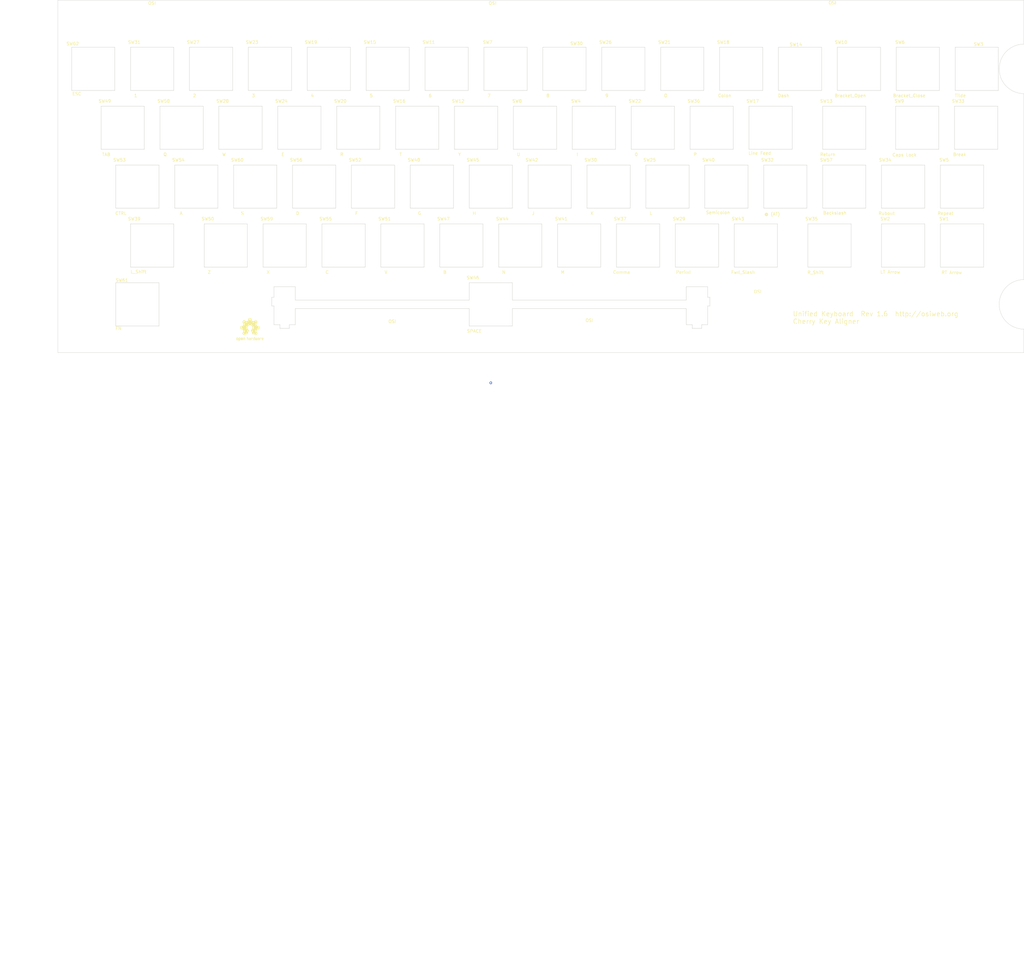
<source format=kicad_pcb>
(kicad_pcb (version 20171130) (host pcbnew "(5.1.6-0-10_14)")

  (general
    (thickness 1.6)
    (drawings 11)
    (tracks 1)
    (zones 0)
    (modules 79)
    (nets 1)
  )

  (page B)
  (title_block
    (title "Cherry Key aligner")
    (date 2019-08-25)
    (rev 1.1)
    (company OSIWeb.org)
    (comment 1 "Key matrix w/ LED")
  )

  (layers
    (0 F.Cu signal)
    (31 B.Cu signal)
    (32 B.Adhes user)
    (33 F.Adhes user)
    (34 B.Paste user)
    (35 F.Paste user)
    (36 B.SilkS user)
    (37 F.SilkS user)
    (38 B.Mask user)
    (39 F.Mask user)
    (40 Dwgs.User user)
    (41 Cmts.User user)
    (42 Eco1.User user)
    (43 Eco2.User user)
    (44 Edge.Cuts user)
    (45 Margin user)
    (46 B.CrtYd user)
    (47 F.CrtYd user)
    (48 B.Fab user)
    (49 F.Fab user)
  )

  (setup
    (last_trace_width 0.254)
    (user_trace_width 0.254)
    (user_trace_width 0.508)
    (user_trace_width 1.27)
    (trace_clearance 0.2)
    (zone_clearance 0.508)
    (zone_45_only no)
    (trace_min 0.2)
    (via_size 0.8128)
    (via_drill 0.4064)
    (via_min_size 0.4)
    (via_min_drill 0.3)
    (user_via 1.27 0.7112)
    (uvia_size 0.3048)
    (uvia_drill 0.1016)
    (uvias_allowed no)
    (uvia_min_size 0.2)
    (uvia_min_drill 0.1)
    (edge_width 0.05)
    (segment_width 0.2)
    (pcb_text_width 0.3)
    (pcb_text_size 1.5 1.5)
    (mod_edge_width 0.12)
    (mod_text_size 1 1)
    (mod_text_width 0.15)
    (pad_size 3.200001 3.200001)
    (pad_drill 3.200001)
    (pad_to_mask_clearance 0)
    (aux_axis_origin 61.4172 179.1081)
    (grid_origin 62.1538 75.2602)
    (visible_elements 7FFFEFFF)
    (pcbplotparams
      (layerselection 0x010f0_ffffffff)
      (usegerberextensions false)
      (usegerberattributes false)
      (usegerberadvancedattributes false)
      (creategerberjobfile false)
      (excludeedgelayer true)
      (linewidth 0.100000)
      (plotframeref false)
      (viasonmask false)
      (mode 1)
      (useauxorigin false)
      (hpglpennumber 1)
      (hpglpenspeed 20)
      (hpglpendiameter 15.000000)
      (psnegative false)
      (psa4output false)
      (plotreference true)
      (plotvalue true)
      (plotinvisibletext false)
      (padsonsilk false)
      (subtractmaskfromsilk false)
      (outputformat 1)
      (mirror false)
      (drillshape 0)
      (scaleselection 1)
      (outputdirectory "outputs"))
  )

  (net 0 "")

  (net_class Default "This is the default net class."
    (clearance 0.2)
    (trace_width 0.254)
    (via_dia 0.8128)
    (via_drill 0.4064)
    (uvia_dia 0.3048)
    (uvia_drill 0.1016)
    (diff_pair_width 0.2032)
    (diff_pair_gap 0.254)
  )

  (net_class power1 ""
    (clearance 0.254)
    (trace_width 1.27)
    (via_dia 1.27)
    (via_drill 0.7112)
    (uvia_dia 0.3048)
    (uvia_drill 0.1016)
    (diff_pair_width 0.2032)
    (diff_pair_gap 0.254)
  )

  (net_class signal ""
    (clearance 0.2032)
    (trace_width 0.254)
    (via_dia 0.8128)
    (via_drill 0.4064)
    (uvia_dia 0.3048)
    (uvia_drill 0.1016)
    (diff_pair_width 0.2032)
    (diff_pair_gap 0.254)
  )

  (module MountingHole:MountingHole_3.2mm_M3 (layer F.Cu) (tedit 5EE3C68D) (tstamp 5EE3CC92)
    (at 364.79988 127.89916)
    (descr "Mounting Hole 3.2mm, no annular, M3")
    (tags "mounting hole 3.2mm no annular m3")
    (attr virtual)
    (fp_text reference REF** (at 0 -4.2) (layer F.SilkS) hide
      (effects (font (size 1 1) (thickness 0.15)))
    )
    (fp_text value LED (at 0 4.2) (layer F.Fab)
      (effects (font (size 1 1) (thickness 0.15)))
    )
    (pad 1 np_thru_hole circle (at 0 0) (size 3.2 3.2) (drill 3.2) (layers *.Cu *.Mask))
  )

  (module MountingHole:MountingHole_3.2mm_M3 (layer F.Cu) (tedit 5EE3C589) (tstamp 5EE3C619)
    (at 292.40988 137.04316)
    (descr "Mounting Hole 3.2mm, no annular, M3")
    (tags "mounting hole 3.2mm no annular m3")
    (attr virtual)
    (fp_text reference REF** (at 0 -4.2) (layer F.SilkS) hide
      (effects (font (size 1 1) (thickness 0.15)))
    )
    (fp_text value LED (at 0 4.2) (layer F.Fab)
      (effects (font (size 1 1) (thickness 0.15)))
    )
    (pad "" np_thru_hole circle (at 0 0.39116) (size 3.200001 3.200001) (drill 3.200001) (layers *.Cu *.Mask))
  )

  (module "" (layer F.Cu) (tedit 0) (tstamp 0)
    (at 98.94316 189.51448)
    (fp_text reference "" (at 93.29166 190.9191) (layer F.SilkS)
      (effects (font (size 1.27 1.27) (thickness 0.15)))
    )
    (fp_text value "" (at 93.29166 190.9191) (layer F.SilkS)
      (effects (font (size 1.27 1.27) (thickness 0.15)))
    )
    (pad 1 np_thru_hole circle (at 93.29166 190.9191) (size 3.2 3.2) (drill 3.2) (layers *.Cu *.Mask))
  )

  (module MountingHole:MountingHole_3.2mm_M3 (layer F.Cu) (tedit 5EE3C5A6) (tstamp 5EE3C505)
    (at 93.00718 190.9191)
    (descr "Mounting Hole 3.2mm, no annular, M3")
    (tags "mounting hole 3.2mm no annular m3")
    (attr virtual)
    (fp_text reference REF** (at 0 -4.2) (layer F.SilkS) hide
      (effects (font (size 1 1) (thickness 0.15)))
    )
    (fp_text value "LED Hole" (at 0 4.2) (layer F.Fab)
      (effects (font (size 1 1) (thickness 0.15)))
    )
    (pad "" np_thru_hole circle (at -10.1473 -15.37716) (size 3.200001 3.200001) (drill 3.200001) (layers *.Cu *.Mask))
  )

  (module unikbd:MX_space_aligner (layer F.Cu) (tedit 5EE3C1C3) (tstamp 5D0D7A0F)
    (at 197.15988 165.99916)
    (path /5BC3E99D/5BC6CD72)
    (fp_text reference SW46 (at -5.7912 -8.6106) (layer F.SilkS)
      (effects (font (size 1 1) (thickness 0.15)))
    )
    (fp_text value SPACE (at -5.334 8.6614) (layer F.SilkS)
      (effects (font (size 1 1) (thickness 0.15)))
    )
    (fp_line (start 6.985 -6.985) (end 6.985 -1.397) (layer Edge.Cuts) (width 0.12))
    (fp_line (start 6.985 -1.397) (end 63.2206 -1.397) (layer Edge.Cuts) (width 0.12))
    (fp_line (start 63.2206 -1.397) (end 63.2206 -5.6896) (layer Edge.Cuts) (width 0.12))
    (fp_line (start 63.2206 -5.6896) (end 70.1294 -5.6896) (layer Edge.Cuts) (width 0.12))
    (fp_line (start 70.1294 -5.6896) (end 70.1294 -2.286) (layer Edge.Cuts) (width 0.12))
    (fp_line (start 70.1294 -2.286) (end 70.866 -2.286) (layer Edge.Cuts) (width 0.12))
    (fp_line (start 70.866 -2.286) (end 70.866 0.508) (layer Edge.Cuts) (width 0.12))
    (fp_line (start 70.866 0.508) (end 70.1294 0.508) (layer Edge.Cuts) (width 0.12))
    (fp_line (start 70.1294 0.508) (end 70.1294 6.604) (layer Edge.Cuts) (width 0.12))
    (fp_line (start 70.1294 6.604) (end 68.199 6.604) (layer Edge.Cuts) (width 0.12))
    (fp_line (start 68.199 6.604) (end 68.199 7.7724) (layer Edge.Cuts) (width 0.12))
    (fp_line (start 68.199 7.7724) (end 65.151 7.7724) (layer Edge.Cuts) (width 0.12))
    (fp_line (start 65.151 7.7724) (end 65.151 6.604) (layer Edge.Cuts) (width 0.12))
    (fp_line (start 65.151 6.604) (end 63.2206 6.604) (layer Edge.Cuts) (width 0.12))
    (fp_line (start 63.2206 6.604) (end 63.2206 1.397) (layer Edge.Cuts) (width 0.12))
    (fp_line (start 63.2206 1.397) (end 6.985 1.397) (layer Edge.Cuts) (width 0.12))
    (fp_line (start 6.985 1.397) (end 6.985 6.985) (layer Edge.Cuts) (width 0.12))
    (fp_line (start 6.985 6.985) (end -6.985 6.985) (layer Edge.Cuts) (width 0.12))
    (fp_line (start -6.985 6.985) (end -6.985 1.397) (layer Edge.Cuts) (width 0.12))
    (fp_line (start -6.985 1.397) (end -63.2206 1.397) (layer Edge.Cuts) (width 0.12))
    (fp_line (start -63.2206 1.397) (end -63.2206 6.604) (layer Edge.Cuts) (width 0.12))
    (fp_line (start -63.2206 6.604) (end -65.151 6.604) (layer Edge.Cuts) (width 0.12))
    (fp_line (start -65.151 6.604) (end -65.151 7.7724) (layer Edge.Cuts) (width 0.12))
    (fp_line (start -65.151 7.7724) (end -68.199 7.7724) (layer Edge.Cuts) (width 0.12))
    (fp_line (start -68.199 7.7724) (end -68.199 6.604) (layer Edge.Cuts) (width 0.12))
    (fp_line (start -68.199 6.604) (end -70.1294 6.604) (layer Edge.Cuts) (width 0.12))
    (fp_line (start -70.1294 6.604) (end -70.1294 0.508) (layer Edge.Cuts) (width 0.12))
    (fp_line (start -70.1294 0.508) (end -70.866 0.508) (layer Edge.Cuts) (width 0.12))
    (fp_line (start -70.866 0.508) (end -70.866 -2.286) (layer Edge.Cuts) (width 0.12))
    (fp_line (start -70.866 -2.286) (end -70.1294 -2.286) (layer Edge.Cuts) (width 0.12))
    (fp_line (start -70.1294 -2.286) (end -70.1294 -5.6896) (layer Edge.Cuts) (width 0.12))
    (fp_line (start -70.1294 -5.6896) (end -63.2206 -5.6896) (layer Edge.Cuts) (width 0.12))
    (fp_line (start -63.2206 -5.6896) (end -63.2206 -1.397) (layer Edge.Cuts) (width 0.12))
    (fp_line (start -63.2206 -1.397) (end -6.985 -1.397) (layer Edge.Cuts) (width 0.12))
    (fp_line (start -6.985 -1.397) (end -6.985 -6.985) (layer Edge.Cuts) (width 0.12))
    (fp_line (start -6.985 -6.985) (end 6.985 -6.985) (layer Edge.Cuts) (width 0.12))
  )

  (module "unikbd:Cherry aligner" (layer F.Cu) (tedit 5DA626D6) (tstamp 5E0A52FF)
    (at 68.57238 89.79916)
    (fp_text reference SW62 (at -6.64718 -8.13816) (layer F.SilkS)
      (effects (font (size 1 1) (thickness 0.15)))
    )
    (fp_text value ESC (at -5.32638 8.06704) (layer F.SilkS)
      (effects (font (size 1 1) (thickness 0.15)))
    )
    (fp_line (start -6.985 -6.985) (end -6.985 6.985) (layer Edge.Cuts) (width 0.12))
    (fp_line (start 6.985 6.985) (end 6.985 -6.985) (layer Edge.Cuts) (width 0.12))
    (fp_line (start -6.985 -6.985) (end 6.985 -6.985) (layer Edge.Cuts) (width 0.12))
    (fp_line (start -6.985 6.985) (end 6.985 6.985) (layer Edge.Cuts) (width 0.12))
  )

  (module "unikbd:Cherry aligner" (layer F.Cu) (tedit 5DA626D6) (tstamp 5E0A154C)
    (at 82.85988 165.99916)
    (fp_text reference SW61 (at -5.0292 -7.7724) (layer F.SilkS)
      (effects (font (size 1 1) (thickness 0.15)))
    )
    (fp_text value FN (at -6.1214 7.7978) (layer F.SilkS)
      (effects (font (size 1 1) (thickness 0.15)))
    )
    (fp_line (start -6.985 -6.985) (end -6.985 6.985) (layer Edge.Cuts) (width 0.12))
    (fp_line (start 6.985 6.985) (end 6.985 -6.985) (layer Edge.Cuts) (width 0.12))
    (fp_line (start -6.985 -6.985) (end 6.985 -6.985) (layer Edge.Cuts) (width 0.12))
    (fp_line (start -6.985 6.985) (end 6.985 6.985) (layer Edge.Cuts) (width 0.12))
  )

  (module Symbol:OSHW-Logo2_9.8x8mm_SilkScreen (layer F.Cu) (tedit 0) (tstamp 5E0A0419)
    (at 119.253 174.1678)
    (descr "Open Source Hardware Symbol")
    (tags "Logo Symbol OSHW")
    (attr virtual)
    (fp_text reference REF** (at 0 0) (layer F.SilkS) hide
      (effects (font (size 1 1) (thickness 0.15)))
    )
    (fp_text value OSHW-Logo2_9.8x8mm_SilkScreen (at 0.4572 5.0038) (layer F.Fab) hide
      (effects (font (size 1 1) (thickness 0.15)))
    )
    (fp_poly (pts (xy 0.139878 -3.712224) (xy 0.245612 -3.711645) (xy 0.322132 -3.710078) (xy 0.374372 -3.707028)
      (xy 0.407263 -3.702004) (xy 0.425737 -3.694511) (xy 0.434727 -3.684056) (xy 0.439163 -3.670147)
      (xy 0.439594 -3.668346) (xy 0.446333 -3.635855) (xy 0.458808 -3.571748) (xy 0.475719 -3.482849)
      (xy 0.495771 -3.375981) (xy 0.517664 -3.257967) (xy 0.518429 -3.253822) (xy 0.540359 -3.138169)
      (xy 0.560877 -3.035986) (xy 0.578659 -2.953402) (xy 0.592381 -2.896544) (xy 0.600718 -2.871542)
      (xy 0.601116 -2.871099) (xy 0.625677 -2.85889) (xy 0.676315 -2.838544) (xy 0.742095 -2.814455)
      (xy 0.742461 -2.814326) (xy 0.825317 -2.783182) (xy 0.923 -2.743509) (xy 1.015077 -2.703619)
      (xy 1.019434 -2.701647) (xy 1.169407 -2.63358) (xy 1.501498 -2.860361) (xy 1.603374 -2.929496)
      (xy 1.695657 -2.991303) (xy 1.773003 -3.042267) (xy 1.830064 -3.078873) (xy 1.861495 -3.097606)
      (xy 1.864479 -3.098996) (xy 1.887321 -3.09281) (xy 1.929982 -3.062965) (xy 1.994128 -3.008053)
      (xy 2.081421 -2.926666) (xy 2.170535 -2.840078) (xy 2.256441 -2.754753) (xy 2.333327 -2.676892)
      (xy 2.396564 -2.611303) (xy 2.441523 -2.562795) (xy 2.463576 -2.536175) (xy 2.464396 -2.534805)
      (xy 2.466834 -2.516537) (xy 2.45765 -2.486705) (xy 2.434574 -2.441279) (xy 2.395337 -2.37623)
      (xy 2.33767 -2.28753) (xy 2.260795 -2.173343) (xy 2.19257 -2.072838) (xy 2.131582 -1.982697)
      (xy 2.081356 -1.908151) (xy 2.045416 -1.854435) (xy 2.027287 -1.826782) (xy 2.026146 -1.824905)
      (xy 2.028359 -1.79841) (xy 2.045138 -1.746914) (xy 2.073142 -1.680149) (xy 2.083122 -1.658828)
      (xy 2.126672 -1.563841) (xy 2.173134 -1.456063) (xy 2.210877 -1.362808) (xy 2.238073 -1.293594)
      (xy 2.259675 -1.240994) (xy 2.272158 -1.213503) (xy 2.273709 -1.211384) (xy 2.296668 -1.207876)
      (xy 2.350786 -1.198262) (xy 2.428868 -1.183911) (xy 2.523719 -1.166193) (xy 2.628143 -1.146475)
      (xy 2.734944 -1.126126) (xy 2.836926 -1.106514) (xy 2.926894 -1.089009) (xy 2.997653 -1.074978)
      (xy 3.042006 -1.065791) (xy 3.052885 -1.063193) (xy 3.064122 -1.056782) (xy 3.072605 -1.042303)
      (xy 3.078714 -1.014867) (xy 3.082832 -0.969589) (xy 3.085341 -0.90158) (xy 3.086621 -0.805953)
      (xy 3.087054 -0.67782) (xy 3.087077 -0.625299) (xy 3.087077 -0.198155) (xy 2.9845 -0.177909)
      (xy 2.927431 -0.16693) (xy 2.842269 -0.150905) (xy 2.739372 -0.131767) (xy 2.629096 -0.111449)
      (xy 2.598615 -0.105868) (xy 2.496855 -0.086083) (xy 2.408205 -0.066627) (xy 2.340108 -0.049303)
      (xy 2.300004 -0.035912) (xy 2.293323 -0.031921) (xy 2.276919 -0.003658) (xy 2.253399 0.051109)
      (xy 2.227316 0.121588) (xy 2.222142 0.136769) (xy 2.187956 0.230896) (xy 2.145523 0.337101)
      (xy 2.103997 0.432473) (xy 2.103792 0.432916) (xy 2.03464 0.582525) (xy 2.489512 1.251617)
      (xy 2.1975 1.544116) (xy 2.10918 1.63117) (xy 2.028625 1.707909) (xy 1.96036 1.770237)
      (xy 1.908908 1.814056) (xy 1.878794 1.83527) (xy 1.874474 1.836616) (xy 1.849111 1.826016)
      (xy 1.797358 1.796547) (xy 1.724868 1.751705) (xy 1.637294 1.694984) (xy 1.542612 1.631462)
      (xy 1.446516 1.566668) (xy 1.360837 1.510287) (xy 1.291016 1.465788) (xy 1.242494 1.436639)
      (xy 1.220782 1.426308) (xy 1.194293 1.43505) (xy 1.144062 1.458087) (xy 1.080451 1.490631)
      (xy 1.073708 1.494249) (xy 0.988046 1.53721) (xy 0.929306 1.558279) (xy 0.892772 1.558503)
      (xy 0.873731 1.538928) (xy 0.87362 1.538654) (xy 0.864102 1.515472) (xy 0.841403 1.460441)
      (xy 0.807282 1.377822) (xy 0.7635 1.271872) (xy 0.711816 1.146852) (xy 0.653992 1.00702)
      (xy 0.597991 0.871637) (xy 0.536447 0.722234) (xy 0.479939 0.583832) (xy 0.430161 0.460673)
      (xy 0.388806 0.357002) (xy 0.357568 0.277059) (xy 0.338141 0.225088) (xy 0.332154 0.205692)
      (xy 0.347168 0.183443) (xy 0.386439 0.147982) (xy 0.438807 0.108887) (xy 0.587941 -0.014755)
      (xy 0.704511 -0.156478) (xy 0.787118 -0.313296) (xy 0.834366 -0.482225) (xy 0.844857 -0.660278)
      (xy 0.837231 -0.742461) (xy 0.795682 -0.912969) (xy 0.724123 -1.063541) (xy 0.626995 -1.192691)
      (xy 0.508734 -1.298936) (xy 0.37378 -1.38079) (xy 0.226571 -1.436768) (xy 0.071544 -1.465385)
      (xy -0.086861 -1.465156) (xy -0.244206 -1.434595) (xy -0.396054 -1.372218) (xy -0.537965 -1.27654)
      (xy -0.597197 -1.222428) (xy -0.710797 -1.08348) (xy -0.789894 -0.931639) (xy -0.835014 -0.771333)
      (xy -0.846684 -0.606988) (xy -0.825431 -0.443029) (xy -0.77178 -0.283882) (xy -0.68626 -0.133975)
      (xy -0.569395 0.002267) (xy -0.438807 0.108887) (xy -0.384412 0.149642) (xy -0.345986 0.184718)
      (xy -0.332154 0.205726) (xy -0.339397 0.228635) (xy -0.359995 0.283365) (xy -0.392254 0.365672)
      (xy -0.434479 0.471315) (xy -0.484977 0.59605) (xy -0.542052 0.735636) (xy -0.598146 0.87167)
      (xy -0.660033 1.021201) (xy -0.717356 1.159767) (xy -0.768356 1.283107) (xy -0.811273 1.386964)
      (xy -0.844347 1.46708) (xy -0.865819 1.519195) (xy -0.873775 1.538654) (xy -0.892571 1.558423)
      (xy -0.928926 1.558365) (xy -0.987521 1.537441) (xy -1.073032 1.494613) (xy -1.073708 1.494249)
      (xy -1.138093 1.461012) (xy -1.190139 1.436802) (xy -1.219488 1.426404) (xy -1.220783 1.426308)
      (xy -1.242876 1.436855) (xy -1.291652 1.466184) (xy -1.361669 1.510827) (xy -1.447486 1.567314)
      (xy -1.542612 1.631462) (xy -1.63946 1.696411) (xy -1.726747 1.752896) (xy -1.798819 1.797421)
      (xy -1.850023 1.82649) (xy -1.874474 1.836616) (xy -1.89699 1.823307) (xy -1.942258 1.786112)
      (xy -2.005756 1.729128) (xy -2.082961 1.656449) (xy -2.169349 1.572171) (xy -2.197601 1.544016)
      (xy -2.489713 1.251416) (xy -2.267369 0.925104) (xy -2.199798 0.824897) (xy -2.140493 0.734963)
      (xy -2.092783 0.66051) (xy -2.059993 0.606751) (xy -2.045452 0.578894) (xy -2.045026 0.576912)
      (xy -2.052692 0.550655) (xy -2.073311 0.497837) (xy -2.103315 0.42731) (xy -2.124375 0.380093)
      (xy -2.163752 0.289694) (xy -2.200835 0.198366) (xy -2.229585 0.1212) (xy -2.237395 0.097692)
      (xy -2.259583 0.034916) (xy -2.281273 -0.013589) (xy -2.293187 -0.031921) (xy -2.319477 -0.043141)
      (xy -2.376858 -0.059046) (xy -2.457882 -0.077833) (xy -2.555105 -0.097701) (xy -2.598615 -0.105868)
      (xy -2.709104 -0.126171) (xy -2.815084 -0.14583) (xy -2.906199 -0.162912) (xy -2.972092 -0.175482)
      (xy -2.9845 -0.177909) (xy -3.087077 -0.198155) (xy -3.087077 -0.625299) (xy -3.086847 -0.765754)
      (xy -3.085901 -0.872021) (xy -3.083859 -0.948987) (xy -3.080338 -1.00154) (xy -3.074957 -1.034567)
      (xy -3.067334 -1.052955) (xy -3.057088 -1.061592) (xy -3.052885 -1.063193) (xy -3.02753 -1.068873)
      (xy -2.971516 -1.080205) (xy -2.892036 -1.095821) (xy -2.796288 -1.114353) (xy -2.691467 -1.134431)
      (xy -2.584768 -1.154688) (xy -2.483387 -1.173754) (xy -2.394521 -1.190261) (xy -2.325363 -1.202841)
      (xy -2.283111 -1.210125) (xy -2.27371 -1.211384) (xy -2.265193 -1.228237) (xy -2.24634 -1.27313)
      (xy -2.220676 -1.33757) (xy -2.210877 -1.362808) (xy -2.171352 -1.460314) (xy -2.124808 -1.568041)
      (xy -2.083123 -1.658828) (xy -2.05245 -1.728247) (xy -2.032044 -1.78529) (xy -2.025232 -1.820223)
      (xy -2.026318 -1.824905) (xy -2.040715 -1.847009) (xy -2.073588 -1.896169) (xy -2.12141 -1.967152)
      (xy -2.180652 -2.054722) (xy -2.247785 -2.153643) (xy -2.261059 -2.17317) (xy -2.338954 -2.28886)
      (xy -2.396213 -2.376956) (xy -2.435119 -2.441514) (xy -2.457956 -2.486589) (xy -2.467006 -2.516237)
      (xy -2.464552 -2.534515) (xy -2.464489 -2.534631) (xy -2.445173 -2.558639) (xy -2.402449 -2.605053)
      (xy -2.340949 -2.669063) (xy -2.265302 -2.745855) (xy -2.180139 -2.830618) (xy -2.170535 -2.840078)
      (xy -2.06321 -2.944011) (xy -1.980385 -3.020325) (xy -1.920395 -3.070429) (xy -1.881577 -3.09573)
      (xy -1.86448 -3.098996) (xy -1.839527 -3.08475) (xy -1.787745 -3.051844) (xy -1.71448 -3.003792)
      (xy -1.62508 -2.94411) (xy -1.524889 -2.876312) (xy -1.501499 -2.860361) (xy -1.169407 -2.63358)
      (xy -1.019435 -2.701647) (xy -0.92823 -2.741315) (xy -0.830331 -2.781209) (xy -0.746169 -2.813017)
      (xy -0.742462 -2.814326) (xy -0.676631 -2.838424) (xy -0.625884 -2.8588) (xy -0.601158 -2.871064)
      (xy -0.601116 -2.871099) (xy -0.593271 -2.893266) (xy -0.579934 -2.947783) (xy -0.56243 -3.02852)
      (xy -0.542083 -3.12935) (xy -0.520218 -3.244144) (xy -0.518429 -3.253822) (xy -0.496496 -3.372096)
      (xy -0.47636 -3.479458) (xy -0.45932 -3.569083) (xy -0.446672 -3.634149) (xy -0.439716 -3.667832)
      (xy -0.439594 -3.668346) (xy -0.435361 -3.682675) (xy -0.427129 -3.693493) (xy -0.409967 -3.701294)
      (xy -0.378942 -3.706571) (xy -0.329122 -3.709818) (xy -0.255576 -3.711528) (xy -0.153371 -3.712193)
      (xy -0.017575 -3.712307) (xy 0 -3.712308) (xy 0.139878 -3.712224)) (layer F.SilkS) (width 0.01))
    (fp_poly (pts (xy 4.245224 2.647838) (xy 4.322528 2.698361) (xy 4.359814 2.74359) (xy 4.389353 2.825663)
      (xy 4.391699 2.890607) (xy 4.386385 2.977445) (xy 4.186115 3.065103) (xy 4.088739 3.109887)
      (xy 4.025113 3.145913) (xy 3.992029 3.177117) (xy 3.98628 3.207436) (xy 4.004658 3.240805)
      (xy 4.024923 3.262923) (xy 4.083889 3.298393) (xy 4.148024 3.300879) (xy 4.206926 3.273235)
      (xy 4.250197 3.21832) (xy 4.257936 3.198928) (xy 4.295006 3.138364) (xy 4.337654 3.112552)
      (xy 4.396154 3.090471) (xy 4.396154 3.174184) (xy 4.390982 3.23115) (xy 4.370723 3.279189)
      (xy 4.328262 3.334346) (xy 4.321951 3.341514) (xy 4.27472 3.390585) (xy 4.234121 3.41692)
      (xy 4.183328 3.429035) (xy 4.14122 3.433003) (xy 4.065902 3.433991) (xy 4.012286 3.421466)
      (xy 3.978838 3.402869) (xy 3.926268 3.361975) (xy 3.889879 3.317748) (xy 3.86685 3.262126)
      (xy 3.854359 3.187047) (xy 3.849587 3.084449) (xy 3.849206 3.032376) (xy 3.850501 2.969948)
      (xy 3.968471 2.969948) (xy 3.969839 3.003438) (xy 3.973249 3.008923) (xy 3.995753 3.001472)
      (xy 4.044182 2.981753) (xy 4.108908 2.953718) (xy 4.122443 2.947692) (xy 4.204244 2.906096)
      (xy 4.249312 2.869538) (xy 4.259217 2.835296) (xy 4.235526 2.800648) (xy 4.21596 2.785339)
      (xy 4.14536 2.754721) (xy 4.07928 2.75978) (xy 4.023959 2.797151) (xy 3.985636 2.863473)
      (xy 3.973349 2.916116) (xy 3.968471 2.969948) (xy 3.850501 2.969948) (xy 3.85173 2.91072)
      (xy 3.861032 2.82071) (xy 3.87946 2.755167) (xy 3.90936 2.706912) (xy 3.95308 2.668767)
      (xy 3.972141 2.65644) (xy 4.058726 2.624336) (xy 4.153522 2.622316) (xy 4.245224 2.647838)) (layer F.SilkS) (width 0.01))
    (fp_poly (pts (xy 3.570807 2.636782) (xy 3.594161 2.646988) (xy 3.649902 2.691134) (xy 3.697569 2.754967)
      (xy 3.727048 2.823087) (xy 3.731846 2.85667) (xy 3.71576 2.903556) (xy 3.680475 2.928365)
      (xy 3.642644 2.943387) (xy 3.625321 2.946155) (xy 3.616886 2.926066) (xy 3.60023 2.882351)
      (xy 3.592923 2.862598) (xy 3.551948 2.794271) (xy 3.492622 2.760191) (xy 3.416552 2.761239)
      (xy 3.410918 2.762581) (xy 3.370305 2.781836) (xy 3.340448 2.819375) (xy 3.320055 2.879809)
      (xy 3.307836 2.967751) (xy 3.3025 3.087813) (xy 3.302 3.151698) (xy 3.301752 3.252403)
      (xy 3.300126 3.321054) (xy 3.295801 3.364673) (xy 3.287454 3.390282) (xy 3.273765 3.404903)
      (xy 3.253411 3.415558) (xy 3.252234 3.416095) (xy 3.213038 3.432667) (xy 3.193619 3.438769)
      (xy 3.190635 3.420319) (xy 3.188081 3.369323) (xy 3.18614 3.292308) (xy 3.184997 3.195805)
      (xy 3.184769 3.125184) (xy 3.185932 2.988525) (xy 3.190479 2.884851) (xy 3.199999 2.808108)
      (xy 3.216081 2.752246) (xy 3.240313 2.711212) (xy 3.274286 2.678954) (xy 3.307833 2.65644)
      (xy 3.388499 2.626476) (xy 3.482381 2.619718) (xy 3.570807 2.636782)) (layer F.SilkS) (width 0.01))
    (fp_poly (pts (xy 2.887333 2.633528) (xy 2.94359 2.659117) (xy 2.987747 2.690124) (xy 3.020101 2.724795)
      (xy 3.042438 2.76952) (xy 3.056546 2.830692) (xy 3.064211 2.914701) (xy 3.06722 3.02794)
      (xy 3.067538 3.102509) (xy 3.067538 3.39342) (xy 3.017773 3.416095) (xy 2.978576 3.432667)
      (xy 2.959157 3.438769) (xy 2.955442 3.42061) (xy 2.952495 3.371648) (xy 2.950691 3.300153)
      (xy 2.950308 3.243385) (xy 2.948661 3.161371) (xy 2.944222 3.096309) (xy 2.93774 3.056467)
      (xy 2.93259 3.048) (xy 2.897977 3.056646) (xy 2.84364 3.078823) (xy 2.780722 3.108886)
      (xy 2.720368 3.141192) (xy 2.673721 3.170098) (xy 2.651926 3.189961) (xy 2.651839 3.190175)
      (xy 2.653714 3.226935) (xy 2.670525 3.262026) (xy 2.700039 3.290528) (xy 2.743116 3.300061)
      (xy 2.779932 3.29895) (xy 2.832074 3.298133) (xy 2.859444 3.310349) (xy 2.875882 3.342624)
      (xy 2.877955 3.34871) (xy 2.885081 3.394739) (xy 2.866024 3.422687) (xy 2.816353 3.436007)
      (xy 2.762697 3.43847) (xy 2.666142 3.42021) (xy 2.616159 3.394131) (xy 2.554429 3.332868)
      (xy 2.52169 3.25767) (xy 2.518753 3.178211) (xy 2.546424 3.104167) (xy 2.588047 3.057769)
      (xy 2.629604 3.031793) (xy 2.694922 2.998907) (xy 2.771038 2.965557) (xy 2.783726 2.960461)
      (xy 2.867333 2.923565) (xy 2.91553 2.891046) (xy 2.93103 2.858718) (xy 2.91655 2.822394)
      (xy 2.891692 2.794) (xy 2.832939 2.759039) (xy 2.768293 2.756417) (xy 2.709008 2.783358)
      (xy 2.666339 2.837088) (xy 2.660739 2.85095) (xy 2.628133 2.901936) (xy 2.58053 2.939787)
      (xy 2.520461 2.97085) (xy 2.520461 2.882768) (xy 2.523997 2.828951) (xy 2.539156 2.786534)
      (xy 2.572768 2.741279) (xy 2.605035 2.70642) (xy 2.655209 2.657062) (xy 2.694193 2.630547)
      (xy 2.736064 2.619911) (xy 2.78346 2.618154) (xy 2.887333 2.633528)) (layer F.SilkS) (width 0.01))
    (fp_poly (pts (xy 2.395929 2.636662) (xy 2.398911 2.688068) (xy 2.401247 2.766192) (xy 2.402749 2.864857)
      (xy 2.403231 2.968343) (xy 2.403231 3.318533) (xy 2.341401 3.380363) (xy 2.298793 3.418462)
      (xy 2.26139 3.433895) (xy 2.21027 3.432918) (xy 2.189978 3.430433) (xy 2.126554 3.4232)
      (xy 2.074095 3.419055) (xy 2.061308 3.418672) (xy 2.018199 3.421176) (xy 1.956544 3.427462)
      (xy 1.932638 3.430433) (xy 1.873922 3.435028) (xy 1.834464 3.425046) (xy 1.795338 3.394228)
      (xy 1.781215 3.380363) (xy 1.719385 3.318533) (xy 1.719385 2.663503) (xy 1.76915 2.640829)
      (xy 1.812002 2.624034) (xy 1.837073 2.618154) (xy 1.843501 2.636736) (xy 1.849509 2.688655)
      (xy 1.854697 2.768172) (xy 1.858664 2.869546) (xy 1.860577 2.955192) (xy 1.865923 3.292231)
      (xy 1.91256 3.298825) (xy 1.954976 3.294214) (xy 1.97576 3.279287) (xy 1.98157 3.251377)
      (xy 1.98653 3.191925) (xy 1.990246 3.108466) (xy 1.992324 3.008532) (xy 1.992624 2.957104)
      (xy 1.992923 2.661054) (xy 2.054454 2.639604) (xy 2.098004 2.62502) (xy 2.121694 2.618219)
      (xy 2.122377 2.618154) (xy 2.124754 2.636642) (xy 2.127366 2.687906) (xy 2.129995 2.765649)
      (xy 2.132421 2.863574) (xy 2.134115 2.955192) (xy 2.139461 3.292231) (xy 2.256692 3.292231)
      (xy 2.262072 2.984746) (xy 2.267451 2.677261) (xy 2.324601 2.647707) (xy 2.366797 2.627413)
      (xy 2.39177 2.618204) (xy 2.392491 2.618154) (xy 2.395929 2.636662)) (layer F.SilkS) (width 0.01))
    (fp_poly (pts (xy 1.602081 2.780289) (xy 1.601833 2.92632) (xy 1.600872 3.038655) (xy 1.598794 3.122678)
      (xy 1.595193 3.183769) (xy 1.589665 3.227309) (xy 1.581804 3.258679) (xy 1.571207 3.283262)
      (xy 1.563182 3.297294) (xy 1.496728 3.373388) (xy 1.41247 3.421084) (xy 1.319249 3.438199)
      (xy 1.2259 3.422546) (xy 1.170312 3.394418) (xy 1.111957 3.34576) (xy 1.072186 3.286333)
      (xy 1.04819 3.208507) (xy 1.037161 3.104652) (xy 1.035599 3.028462) (xy 1.035809 3.022986)
      (xy 1.172308 3.022986) (xy 1.173141 3.110355) (xy 1.176961 3.168192) (xy 1.185746 3.206029)
      (xy 1.201474 3.233398) (xy 1.220266 3.254042) (xy 1.283375 3.29389) (xy 1.351137 3.297295)
      (xy 1.415179 3.264025) (xy 1.420164 3.259517) (xy 1.441439 3.236067) (xy 1.454779 3.208166)
      (xy 1.462001 3.166641) (xy 1.464923 3.102316) (xy 1.465385 3.0312) (xy 1.464383 2.941858)
      (xy 1.460238 2.882258) (xy 1.451236 2.843089) (xy 1.435667 2.81504) (xy 1.422902 2.800144)
      (xy 1.3636 2.762575) (xy 1.295301 2.758057) (xy 1.23011 2.786753) (xy 1.217528 2.797406)
      (xy 1.196111 2.821063) (xy 1.182744 2.849251) (xy 1.175566 2.891245) (xy 1.172719 2.956319)
      (xy 1.172308 3.022986) (xy 1.035809 3.022986) (xy 1.040322 2.905765) (xy 1.056362 2.813577)
      (xy 1.086528 2.744269) (xy 1.133629 2.690211) (xy 1.170312 2.662505) (xy 1.23699 2.632572)
      (xy 1.314272 2.618678) (xy 1.38611 2.622397) (xy 1.426308 2.6374) (xy 1.442082 2.64167)
      (xy 1.45255 2.62575) (xy 1.459856 2.583089) (xy 1.465385 2.518106) (xy 1.471437 2.445732)
      (xy 1.479844 2.402187) (xy 1.495141 2.377287) (xy 1.521864 2.360845) (xy 1.538654 2.353564)
      (xy 1.602154 2.326963) (xy 1.602081 2.780289)) (layer F.SilkS) (width 0.01))
    (fp_poly (pts (xy 0.713362 2.62467) (xy 0.802117 2.657421) (xy 0.874022 2.71535) (xy 0.902144 2.756128)
      (xy 0.932802 2.830954) (xy 0.932165 2.885058) (xy 0.899987 2.921446) (xy 0.888081 2.927633)
      (xy 0.836675 2.946925) (xy 0.810422 2.941982) (xy 0.80153 2.909587) (xy 0.801077 2.891692)
      (xy 0.784797 2.825859) (xy 0.742365 2.779807) (xy 0.683388 2.757564) (xy 0.617475 2.763161)
      (xy 0.563895 2.792229) (xy 0.545798 2.80881) (xy 0.532971 2.828925) (xy 0.524306 2.859332)
      (xy 0.518696 2.906788) (xy 0.515035 2.97805) (xy 0.512215 3.079875) (xy 0.511484 3.112115)
      (xy 0.50882 3.22241) (xy 0.505792 3.300036) (xy 0.50125 3.351396) (xy 0.494046 3.38289)
      (xy 0.483033 3.40092) (xy 0.46706 3.411888) (xy 0.456834 3.416733) (xy 0.413406 3.433301)
      (xy 0.387842 3.438769) (xy 0.379395 3.420507) (xy 0.374239 3.365296) (xy 0.372346 3.272499)
      (xy 0.373689 3.141478) (xy 0.374107 3.121269) (xy 0.377058 3.001733) (xy 0.380548 2.914449)
      (xy 0.385514 2.852591) (xy 0.392893 2.809336) (xy 0.403624 2.77786) (xy 0.418645 2.751339)
      (xy 0.426502 2.739975) (xy 0.471553 2.689692) (xy 0.52194 2.650581) (xy 0.528108 2.647167)
      (xy 0.618458 2.620212) (xy 0.713362 2.62467)) (layer F.SilkS) (width 0.01))
    (fp_poly (pts (xy 0.053501 2.626303) (xy 0.13006 2.654733) (xy 0.130936 2.655279) (xy 0.178285 2.690127)
      (xy 0.213241 2.730852) (xy 0.237825 2.783925) (xy 0.254062 2.855814) (xy 0.263975 2.952992)
      (xy 0.269586 3.081928) (xy 0.270077 3.100298) (xy 0.277141 3.377287) (xy 0.217695 3.408028)
      (xy 0.174681 3.428802) (xy 0.14871 3.438646) (xy 0.147509 3.438769) (xy 0.143014 3.420606)
      (xy 0.139444 3.371612) (xy 0.137248 3.300031) (xy 0.136769 3.242068) (xy 0.136758 3.14817)
      (xy 0.132466 3.089203) (xy 0.117503 3.061079) (xy 0.085482 3.059706) (xy 0.030014 3.080998)
      (xy -0.053731 3.120136) (xy -0.115311 3.152643) (xy -0.146983 3.180845) (xy -0.156294 3.211582)
      (xy -0.156308 3.213104) (xy -0.140943 3.266054) (xy -0.095453 3.29466) (xy -0.025834 3.298803)
      (xy 0.024313 3.298084) (xy 0.050754 3.312527) (xy 0.067243 3.347218) (xy 0.076733 3.391416)
      (xy 0.063057 3.416493) (xy 0.057907 3.420082) (xy 0.009425 3.434496) (xy -0.058469 3.436537)
      (xy -0.128388 3.426983) (xy -0.177932 3.409522) (xy -0.24643 3.351364) (xy -0.285366 3.270408)
      (xy -0.293077 3.20716) (xy -0.287193 3.150111) (xy -0.265899 3.103542) (xy -0.223735 3.062181)
      (xy -0.155241 3.020755) (xy -0.054956 2.973993) (xy -0.048846 2.97135) (xy 0.04149 2.929617)
      (xy 0.097235 2.895391) (xy 0.121129 2.864635) (xy 0.115913 2.833311) (xy 0.084328 2.797383)
      (xy 0.074883 2.789116) (xy 0.011617 2.757058) (xy -0.053936 2.758407) (xy -0.111028 2.789838)
      (xy -0.148907 2.848024) (xy -0.152426 2.859446) (xy -0.1867 2.914837) (xy -0.230191 2.941518)
      (xy -0.293077 2.96796) (xy -0.293077 2.899548) (xy -0.273948 2.80011) (xy -0.217169 2.708902)
      (xy -0.187622 2.678389) (xy -0.120458 2.639228) (xy -0.035044 2.6215) (xy 0.053501 2.626303)) (layer F.SilkS) (width 0.01))
    (fp_poly (pts (xy -0.840154 2.49212) (xy -0.834428 2.57198) (xy -0.827851 2.619039) (xy -0.818738 2.639566)
      (xy -0.805402 2.639829) (xy -0.801077 2.637378) (xy -0.743556 2.619636) (xy -0.668732 2.620672)
      (xy -0.592661 2.63891) (xy -0.545082 2.662505) (xy -0.496298 2.700198) (xy -0.460636 2.742855)
      (xy -0.436155 2.797057) (xy -0.420913 2.869384) (xy -0.41297 2.966419) (xy -0.410384 3.094742)
      (xy -0.410338 3.119358) (xy -0.410308 3.39587) (xy -0.471839 3.41732) (xy -0.515541 3.431912)
      (xy -0.539518 3.438706) (xy -0.540223 3.438769) (xy -0.542585 3.420345) (xy -0.544594 3.369526)
      (xy -0.546099 3.292993) (xy -0.546947 3.19743) (xy -0.547077 3.139329) (xy -0.547349 3.024771)
      (xy -0.548748 2.942667) (xy -0.552151 2.886393) (xy -0.558433 2.849326) (xy -0.568471 2.824844)
      (xy -0.583139 2.806325) (xy -0.592298 2.797406) (xy -0.655211 2.761466) (xy -0.723864 2.758775)
      (xy -0.786152 2.78917) (xy -0.797671 2.800144) (xy -0.814567 2.820779) (xy -0.826286 2.845256)
      (xy -0.833767 2.880647) (xy -0.837946 2.934026) (xy -0.839763 3.012466) (xy -0.840154 3.120617)
      (xy -0.840154 3.39587) (xy -0.901685 3.41732) (xy -0.945387 3.431912) (xy -0.969364 3.438706)
      (xy -0.97007 3.438769) (xy -0.971874 3.420069) (xy -0.9735 3.367322) (xy -0.974883 3.285557)
      (xy -0.975958 3.179805) (xy -0.97666 3.055094) (xy -0.976923 2.916455) (xy -0.976923 2.381806)
      (xy -0.849923 2.328236) (xy -0.840154 2.49212)) (layer F.SilkS) (width 0.01))
    (fp_poly (pts (xy -2.465746 2.599745) (xy -2.388714 2.651567) (xy -2.329184 2.726412) (xy -2.293622 2.821654)
      (xy -2.286429 2.891756) (xy -2.287246 2.921009) (xy -2.294086 2.943407) (xy -2.312888 2.963474)
      (xy -2.349592 2.985733) (xy -2.410138 3.014709) (xy -2.500466 3.054927) (xy -2.500923 3.055129)
      (xy -2.584067 3.09321) (xy -2.652247 3.127025) (xy -2.698495 3.152933) (xy -2.715842 3.167295)
      (xy -2.715846 3.167411) (xy -2.700557 3.198685) (xy -2.664804 3.233157) (xy -2.623758 3.25799)
      (xy -2.602963 3.262923) (xy -2.54623 3.245862) (xy -2.497373 3.203133) (xy -2.473535 3.156155)
      (xy -2.450603 3.121522) (xy -2.405682 3.082081) (xy -2.352877 3.048009) (xy -2.30629 3.02948)
      (xy -2.296548 3.028462) (xy -2.285582 3.045215) (xy -2.284921 3.088039) (xy -2.29298 3.145781)
      (xy -2.308173 3.207289) (xy -2.328914 3.261409) (xy -2.329962 3.26351) (xy -2.392379 3.35066)
      (xy -2.473274 3.409939) (xy -2.565144 3.439034) (xy -2.660487 3.435634) (xy -2.751802 3.397428)
      (xy -2.755862 3.394741) (xy -2.827694 3.329642) (xy -2.874927 3.244705) (xy -2.901066 3.133021)
      (xy -2.904574 3.101643) (xy -2.910787 2.953536) (xy -2.903339 2.884468) (xy -2.715846 2.884468)
      (xy -2.71341 2.927552) (xy -2.700086 2.940126) (xy -2.666868 2.930719) (xy -2.614506 2.908483)
      (xy -2.555976 2.88061) (xy -2.554521 2.879872) (xy -2.504911 2.853777) (xy -2.485 2.836363)
      (xy -2.48991 2.818107) (xy -2.510584 2.79412) (xy -2.563181 2.759406) (xy -2.619823 2.756856)
      (xy -2.670631 2.782119) (xy -2.705724 2.830847) (xy -2.715846 2.884468) (xy -2.903339 2.884468)
      (xy -2.898008 2.835036) (xy -2.865222 2.741055) (xy -2.819579 2.675215) (xy -2.737198 2.608681)
      (xy -2.646454 2.575676) (xy -2.553815 2.573573) (xy -2.465746 2.599745)) (layer F.SilkS) (width 0.01))
    (fp_poly (pts (xy -3.983114 2.587256) (xy -3.891536 2.635409) (xy -3.823951 2.712905) (xy -3.799943 2.762727)
      (xy -3.781262 2.837533) (xy -3.771699 2.932052) (xy -3.770792 3.03521) (xy -3.778079 3.135935)
      (xy -3.793097 3.223153) (xy -3.815385 3.285791) (xy -3.822235 3.296579) (xy -3.903368 3.377105)
      (xy -3.999734 3.425336) (xy -4.104299 3.43945) (xy -4.210032 3.417629) (xy -4.239457 3.404547)
      (xy -4.296759 3.364231) (xy -4.34705 3.310775) (xy -4.351803 3.303995) (xy -4.371122 3.271321)
      (xy -4.383892 3.236394) (xy -4.391436 3.190414) (xy -4.395076 3.124584) (xy -4.396135 3.030105)
      (xy -4.396154 3.008923) (xy -4.396106 3.002182) (xy -4.200769 3.002182) (xy -4.199632 3.091349)
      (xy -4.195159 3.15052) (xy -4.185754 3.188741) (xy -4.169824 3.215053) (xy -4.161692 3.223846)
      (xy -4.114942 3.257261) (xy -4.069553 3.255737) (xy -4.02366 3.226752) (xy -3.996288 3.195809)
      (xy -3.980077 3.150643) (xy -3.970974 3.07942) (xy -3.970349 3.071114) (xy -3.968796 2.942037)
      (xy -3.985035 2.846172) (xy -4.018848 2.784107) (xy -4.070016 2.756432) (xy -4.08828 2.754923)
      (xy -4.13624 2.762513) (xy -4.169047 2.788808) (xy -4.189105 2.839095) (xy -4.198822 2.918664)
      (xy -4.200769 3.002182) (xy -4.396106 3.002182) (xy -4.395426 2.908249) (xy -4.392371 2.837906)
      (xy -4.385678 2.789163) (xy -4.37404 2.753288) (xy -4.356147 2.721548) (xy -4.352192 2.715648)
      (xy -4.285733 2.636104) (xy -4.213315 2.589929) (xy -4.125151 2.571599) (xy -4.095213 2.570703)
      (xy -3.983114 2.587256)) (layer F.SilkS) (width 0.01))
    (fp_poly (pts (xy -1.728336 2.595089) (xy -1.665633 2.631358) (xy -1.622039 2.667358) (xy -1.590155 2.705075)
      (xy -1.56819 2.751199) (xy -1.554351 2.812421) (xy -1.546847 2.895431) (xy -1.543883 3.006919)
      (xy -1.543539 3.087062) (xy -1.543539 3.382065) (xy -1.709615 3.456515) (xy -1.719385 3.133402)
      (xy -1.723421 3.012729) (xy -1.727656 2.925141) (xy -1.732903 2.86465) (xy -1.739975 2.825268)
      (xy -1.749689 2.801007) (xy -1.762856 2.78588) (xy -1.767081 2.782606) (xy -1.831091 2.757034)
      (xy -1.895792 2.767153) (xy -1.934308 2.794) (xy -1.949975 2.813024) (xy -1.96082 2.837988)
      (xy -1.967712 2.875834) (xy -1.971521 2.933502) (xy -1.973117 3.017935) (xy -1.973385 3.105928)
      (xy -1.973437 3.216323) (xy -1.975328 3.294463) (xy -1.981655 3.347165) (xy -1.995017 3.381242)
      (xy -2.018015 3.403511) (xy -2.053246 3.420787) (xy -2.100303 3.438738) (xy -2.151697 3.458278)
      (xy -2.145579 3.111485) (xy -2.143116 2.986468) (xy -2.140233 2.894082) (xy -2.136102 2.827881)
      (xy -2.129893 2.78142) (xy -2.120774 2.748256) (xy -2.107917 2.721944) (xy -2.092416 2.698729)
      (xy -2.017629 2.624569) (xy -1.926372 2.581684) (xy -1.827117 2.571412) (xy -1.728336 2.595089)) (layer F.SilkS) (width 0.01))
    (fp_poly (pts (xy -3.231114 2.584505) (xy -3.156461 2.621727) (xy -3.090569 2.690261) (xy -3.072423 2.715648)
      (xy -3.052655 2.748866) (xy -3.039828 2.784945) (xy -3.03249 2.833098) (xy -3.029187 2.902536)
      (xy -3.028462 2.994206) (xy -3.031737 3.11983) (xy -3.043123 3.214154) (xy -3.064959 3.284523)
      (xy -3.099581 3.338286) (xy -3.14933 3.382788) (xy -3.152986 3.385423) (xy -3.202015 3.412377)
      (xy -3.261055 3.425712) (xy -3.336141 3.429) (xy -3.458205 3.429) (xy -3.458256 3.547497)
      (xy -3.459392 3.613492) (xy -3.466314 3.652202) (xy -3.484402 3.675419) (xy -3.519038 3.694933)
      (xy -3.527355 3.69892) (xy -3.56628 3.717603) (xy -3.596417 3.729403) (xy -3.618826 3.730422)
      (xy -3.634567 3.716761) (xy -3.644698 3.684522) (xy -3.650277 3.629804) (xy -3.652365 3.548711)
      (xy -3.652019 3.437344) (xy -3.6503 3.291802) (xy -3.649763 3.248269) (xy -3.647828 3.098205)
      (xy -3.646096 3.000042) (xy -3.458308 3.000042) (xy -3.457252 3.083364) (xy -3.452562 3.13788)
      (xy -3.441949 3.173837) (xy -3.423128 3.201482) (xy -3.41035 3.214965) (xy -3.35811 3.254417)
      (xy -3.311858 3.257628) (xy -3.264133 3.225049) (xy -3.262923 3.223846) (xy -3.243506 3.198668)
      (xy -3.231693 3.164447) (xy -3.225735 3.111748) (xy -3.22388 3.031131) (xy -3.223846 3.013271)
      (xy -3.22833 2.902175) (xy -3.242926 2.825161) (xy -3.26935 2.778147) (xy -3.309317 2.75705)
      (xy -3.332416 2.754923) (xy -3.387238 2.7649) (xy -3.424842 2.797752) (xy -3.447477 2.857857)
      (xy -3.457394 2.949598) (xy -3.458308 3.000042) (xy -3.646096 3.000042) (xy -3.645778 2.98206)
      (xy -3.643127 2.894679) (xy -3.639394 2.830905) (xy -3.634093 2.785582) (xy -3.626742 2.753555)
      (xy -3.616857 2.729668) (xy -3.603954 2.708764) (xy -3.598421 2.700898) (xy -3.525031 2.626595)
      (xy -3.43224 2.584467) (xy -3.324904 2.572722) (xy -3.231114 2.584505)) (layer F.SilkS) (width 0.01))
  )

  (module unikbd:OSI_spacer_holes (layer F.Cu) (tedit 5E099C16) (tstamp 5E09F771)
    (at 197.15988 165.99916)
    (fp_text reference SW46 (at 9.90854 -2.3876) (layer F.SilkS) hide
      (effects (font (size 1 1) (thickness 0.15)))
    )
    (fp_text value "OSI mounting holes" (at -0.32258 11.14044) (layer F.Fab)
      (effects (font (size 1 1) (thickness 0.15)))
    )
    (fp_circle (center -85.979 0.4826) (end -82.229 0.4826) (layer F.CrtYd) (width 0.05))
    (fp_circle (center -85.979 0.4826) (end -82.479 0.4826) (layer Cmts.User) (width 0.15))
    (fp_circle (center 85.979 0.4826) (end 89.729 0.4826) (layer F.CrtYd) (width 0.05))
    (fp_circle (center 85.979 0.4826) (end 89.479 0.4826) (layer Cmts.User) (width 0.15))
    (fp_circle (center 31.75 10.16) (end 35.5 10.16) (layer F.CrtYd) (width 0.05))
    (fp_circle (center 31.75 10.16) (end 35.25 10.16) (layer Cmts.User) (width 0.15))
    (fp_circle (center -31.75 10.16) (end -28 10.16) (layer F.CrtYd) (width 0.05))
    (fp_circle (center -31.75 10.16) (end -28.25 10.16) (layer Cmts.User) (width 0.15))
    (fp_circle (center 0 -92.8624) (end 3.75 -92.8624) (layer F.CrtYd) (width 0.05))
    (fp_circle (center 0 -92.8624) (end 3.5 -92.8624) (layer Cmts.User) (width 0.15))
    (fp_circle (center -109.855 -92.8624) (end -106.105 -92.8624) (layer F.CrtYd) (width 0.05))
    (fp_circle (center -109.855 -92.8624) (end -106.355 -92.8624) (layer Cmts.User) (width 0.15))
    (fp_circle (center 109.855 -92.8624) (end 113.605 -92.8624) (layer F.CrtYd) (width 0.05))
    (fp_circle (center 109.855 -92.8624) (end 113.355 -92.8624) (layer Cmts.User) (width 0.15))
    (fp_text user %R (at 110.75162 -87.97036) (layer F.Fab)
      (effects (font (size 1 1) (thickness 0.15)))
    )
    (fp_text user OSI (at 110.49762 -97.57156) (layer F.SilkS)
      (effects (font (size 1 1) (thickness 0.15)))
    )
    (fp_text user %R (at 86.57082 5.50164) (layer F.Fab)
      (effects (font (size 1 1) (thickness 0.15)))
    )
    (fp_text user OSI (at 86.31682 -4.09956) (layer F.SilkS)
      (effects (font (size 1 1) (thickness 0.15)))
    )
    (fp_text user %R (at 32.13862 14.79804) (layer F.Fab)
      (effects (font (size 1 1) (thickness 0.15)))
    )
    (fp_text user OSI (at 31.88462 5.19684) (layer F.SilkS)
      (effects (font (size 1 1) (thickness 0.15)))
    )
    (fp_text user %R (at -31.61538 15.12824) (layer F.Fab)
      (effects (font (size 1 1) (thickness 0.15)))
    )
    (fp_text user OSI (at -31.86938 5.52704) (layer F.SilkS)
      (effects (font (size 1 1) (thickness 0.15)))
    )
    (fp_text user OSI (at 0.59182 -97.46996) (layer F.SilkS)
      (effects (font (size 1 1) (thickness 0.15)))
    )
    (fp_text user %R (at 0.84582 -87.86876) (layer F.Fab)
      (effects (font (size 1 1) (thickness 0.15)))
    )
    (fp_text user OSI (at -109.56798 -97.46996) (layer F.SilkS)
      (effects (font (size 1 1) (thickness 0.15)))
    )
    (fp_text user %R (at -109.31398 -87.86876) (layer F.Fab)
      (effects (font (size 1 1) (thickness 0.15)))
    )
    (fp_text user OSI (at 110.49762 -97.57156) (layer F.SilkS)
      (effects (font (size 1 1) (thickness 0.15)))
    )
    (fp_text user %R (at 110.75162 -87.97036) (layer F.Fab)
      (effects (font (size 1 1) (thickness 0.15)))
    )
    (pad "" np_thru_hole circle (at -85.979 0.4826) (size 6.858 6.858) (drill 6.858) (layers *.Cu *.Mask))
    (pad "" np_thru_hole circle (at 85.979 0.4826) (size 6.858 6.858) (drill 6.858) (layers *.Cu *.Mask))
    (pad "" np_thru_hole circle (at 31.75 10.16) (size 6.858 6.858) (drill 6.858) (layers *.Cu *.Mask))
    (pad "" np_thru_hole circle (at -31.75 10.16) (size 6.858 6.858) (drill 6.858) (layers *.Cu *.Mask))
    (pad "" np_thru_hole circle (at 0 -92.8624) (size 6.858 6.858) (drill 6.858) (layers *.Cu *.Mask))
    (pad "" np_thru_hole circle (at -109.855 -92.8624) (size 6.858 6.858) (drill 6.858) (layers *.Cu *.Mask))
    (pad "" np_thru_hole circle (at 109.855 -92.8624) (size 6.858 6.858) (drill 6.858) (layers *.Cu *.Mask))
  )

  (module MountingHole:MountingHole_3.5mm (layer F.Cu) (tedit 56D1B4CB) (tstamp 5DA65F84)
    (at 102.6795 171.45)
    (descr "Mounting Hole 3.5mm, no annular")
    (tags "mounting hole 3.5mm no annular")
    (attr virtual)
    (fp_text reference REF** (at 0 -4.5) (layer F.SilkS) hide
      (effects (font (size 1 1) (thickness 0.15)))
    )
    (fp_text value MountingHole_3.5mm (at 0 4.5) (layer F.Fab) hide
      (effects (font (size 1 1) (thickness 0.15)))
    )
    (fp_circle (center 0 0) (end 3.75 0) (layer F.CrtYd) (width 0.05))
    (fp_circle (center 0 0) (end 3.5 0) (layer Cmts.User) (width 0.15))
    (fp_text user %R (at 0.3 0) (layer F.Fab) hide
      (effects (font (size 1 1) (thickness 0.15)))
    )
    (pad 1 np_thru_hole circle (at 0 0) (size 3.5 3.5) (drill 3.5) (layers *.Cu *.Mask))
  )

  (module MountingHole:MountingHole_3.5mm (layer F.Cu) (tedit 56D1B4CB) (tstamp 5DA65F84)
    (at 67.31 171.45)
    (descr "Mounting Hole 3.5mm, no annular")
    (tags "mounting hole 3.5mm no annular")
    (attr virtual)
    (fp_text reference REF** (at 0 -4.5) (layer F.SilkS) hide
      (effects (font (size 1 1) (thickness 0.15)))
    )
    (fp_text value MountingHole_3.5mm (at 0 4.5) (layer F.Fab) hide
      (effects (font (size 1 1) (thickness 0.15)))
    )
    (fp_circle (center 0 0) (end 3.5 0) (layer Cmts.User) (width 0.15))
    (fp_circle (center 0 0) (end 3.75 0) (layer F.CrtYd) (width 0.05))
    (fp_text user %R (at 0.3 0) (layer F.Fab) hide
      (effects (font (size 1 1) (thickness 0.15)))
    )
    (pad 1 np_thru_hole circle (at 0 0) (size 3.5 3.5) (drill 3.5) (layers *.Cu *.Mask))
  )

  (module MountingHole:MountingHole_3.5mm (layer F.Cu) (tedit 56D1B4CB) (tstamp 5DA65F84)
    (at 358.14 171.45)
    (descr "Mounting Hole 3.5mm, no annular")
    (tags "mounting hole 3.5mm no annular")
    (attr virtual)
    (fp_text reference REF** (at 0 -4.5) (layer F.SilkS) hide
      (effects (font (size 1 1) (thickness 0.15)))
    )
    (fp_text value MountingHole_3.5mm (at 0 4.5) (layer F.Fab) hide
      (effects (font (size 1 1) (thickness 0.15)))
    )
    (fp_circle (center 0 0) (end 3.5 0) (layer Cmts.User) (width 0.15))
    (fp_circle (center 0 0) (end 3.75 0) (layer F.CrtYd) (width 0.05))
    (fp_text user %R (at 0.3 0) (layer F.Fab) hide
      (effects (font (size 1 1) (thickness 0.15)))
    )
    (pad 1 np_thru_hole circle (at 0 0) (size 3.5 3.5) (drill 3.5) (layers *.Cu *.Mask))
  )

  (module MountingHole:MountingHole_3.5mm (layer F.Cu) (tedit 56D1B4CB) (tstamp 5DA65F84)
    (at 289.687 171.45)
    (descr "Mounting Hole 3.5mm, no annular")
    (tags "mounting hole 3.5mm no annular")
    (attr virtual)
    (fp_text reference REF** (at 0 -4.5) (layer F.SilkS) hide
      (effects (font (size 1 1) (thickness 0.15)))
    )
    (fp_text value MountingHole_3.5mm (at 0 4.5) (layer F.Fab) hide
      (effects (font (size 1 1) (thickness 0.15)))
    )
    (fp_circle (center 0 0) (end 3.5 0) (layer Cmts.User) (width 0.15))
    (fp_circle (center 0 0) (end 3.75 0) (layer F.CrtYd) (width 0.05))
    (fp_text user %R (at 0.3 0) (layer F.Fab) hide
      (effects (font (size 1 1) (thickness 0.15)))
    )
    (pad 1 np_thru_hole circle (at 0 0) (size 3.5 3.5) (drill 3.5) (layers *.Cu *.Mask))
  )

  (module MountingHole:MountingHole_3.5mm (layer F.Cu) (tedit 56D1B4CB) (tstamp 5DA65F84)
    (at 364.49 78.74)
    (descr "Mounting Hole 3.5mm, no annular")
    (tags "mounting hole 3.5mm no annular")
    (attr virtual)
    (fp_text reference REF** (at 0 -4.5) (layer F.SilkS) hide
      (effects (font (size 1 1) (thickness 0.15)))
    )
    (fp_text value MountingHole_3.5mm (at 0 4.5) (layer F.Fab) hide
      (effects (font (size 1 1) (thickness 0.15)))
    )
    (fp_circle (center 0 0) (end 3.5 0) (layer Cmts.User) (width 0.15))
    (fp_circle (center 0 0) (end 3.75 0) (layer F.CrtYd) (width 0.05))
    (fp_text user %R (at 0.3 0) (layer F.Fab) hide
      (effects (font (size 1 1) (thickness 0.15)))
    )
    (pad 1 np_thru_hole circle (at 0 0) (size 3.5 3.5) (drill 3.5) (layers *.Cu *.Mask))
  )

  (module MountingHole:MountingHole_3.5mm (layer F.Cu) (tedit 56D1B4CB) (tstamp 5DA65F84)
    (at 348.9706 78.74)
    (descr "Mounting Hole 3.5mm, no annular")
    (tags "mounting hole 3.5mm no annular")
    (attr virtual)
    (fp_text reference REF** (at 0 -4.5) (layer F.SilkS) hide
      (effects (font (size 1 1) (thickness 0.15)))
    )
    (fp_text value MountingHole_3.5mm (at 0 4.5) (layer F.Fab) hide
      (effects (font (size 1 1) (thickness 0.15)))
    )
    (fp_circle (center 0 0) (end 3.5 0) (layer Cmts.User) (width 0.15))
    (fp_circle (center 0 0) (end 3.75 0) (layer F.CrtYd) (width 0.05))
    (fp_text user %R (at 0.3 0) (layer F.Fab) hide
      (effects (font (size 1 1) (thickness 0.15)))
    )
    (pad 1 np_thru_hole circle (at 0 0) (size 3.5 3.5) (drill 3.5) (layers *.Cu *.Mask))
  )

  (module MountingHole:MountingHole_3.5mm (layer F.Cu) (tedit 56D1B4CB) (tstamp 5DA65F84)
    (at 300.7106 78.74)
    (descr "Mounting Hole 3.5mm, no annular")
    (tags "mounting hole 3.5mm no annular")
    (attr virtual)
    (fp_text reference REF** (at 0 -4.5) (layer F.SilkS) hide
      (effects (font (size 1 1) (thickness 0.15)))
    )
    (fp_text value MountingHole_3.5mm (at 0 4.5) (layer F.Fab) hide
      (effects (font (size 1 1) (thickness 0.15)))
    )
    (fp_circle (center 0 0) (end 3.5 0) (layer Cmts.User) (width 0.15))
    (fp_circle (center 0 0) (end 3.75 0) (layer F.CrtYd) (width 0.05))
    (fp_text user %R (at 0.3 0) (layer F.Fab) hide
      (effects (font (size 1 1) (thickness 0.15)))
    )
    (pad 1 np_thru_hole circle (at 0 0) (size 3.5 3.5) (drill 3.5) (layers *.Cu *.Mask))
  )

  (module MountingHole:MountingHole_3.5mm (layer F.Cu) (tedit 56D1B4CB) (tstamp 5DA65F84)
    (at 290.83 78.74)
    (descr "Mounting Hole 3.5mm, no annular")
    (tags "mounting hole 3.5mm no annular")
    (attr virtual)
    (fp_text reference REF** (at 0 -4.5) (layer F.SilkS) hide
      (effects (font (size 1 1) (thickness 0.15)))
    )
    (fp_text value MountingHole_3.5mm (at 0 4.5) (layer F.Fab) hide
      (effects (font (size 1 1) (thickness 0.15)))
    )
    (fp_circle (center 0 0) (end 3.5 0) (layer Cmts.User) (width 0.15))
    (fp_circle (center 0 0) (end 3.75 0) (layer F.CrtYd) (width 0.05))
    (fp_text user %R (at 0.3 0) (layer F.Fab) hide
      (effects (font (size 1 1) (thickness 0.15)))
    )
    (pad 1 np_thru_hole circle (at 0 0) (size 3.5 3.5) (drill 3.5) (layers *.Cu *.Mask))
  )

  (module MountingHole:MountingHole_3.5mm (layer F.Cu) (tedit 56D1B4CB) (tstamp 5DA65F84)
    (at 143.51 78.74)
    (descr "Mounting Hole 3.5mm, no annular")
    (tags "mounting hole 3.5mm no annular")
    (attr virtual)
    (fp_text reference REF** (at 0 -4.5) (layer F.SilkS) hide
      (effects (font (size 1 1) (thickness 0.15)))
    )
    (fp_text value MountingHole_3.5mm (at 0 4.5) (layer F.Fab) hide
      (effects (font (size 1 1) (thickness 0.15)))
    )
    (fp_circle (center 0 0) (end 3.5 0) (layer Cmts.User) (width 0.15))
    (fp_circle (center 0 0) (end 3.75 0) (layer F.CrtYd) (width 0.05))
    (fp_text user %R (at 0.3 0) (layer F.Fab) hide
      (effects (font (size 1 1) (thickness 0.15)))
    )
    (pad 1 np_thru_hole circle (at 0 0) (size 3.5 3.5) (drill 3.5) (layers *.Cu *.Mask))
  )

  (module MountingHole:MountingHole_3.5mm (layer F.Cu) (tedit 56D1B4CB) (tstamp 5DA65F4E)
    (at 67.31 78.74)
    (descr "Mounting Hole 3.5mm, no annular")
    (tags "mounting hole 3.5mm no annular")
    (attr virtual)
    (fp_text reference REF** (at 0 -4.5) (layer F.SilkS) hide
      (effects (font (size 1 1) (thickness 0.15)))
    )
    (fp_text value MountingHole_3.5mm (at 0 4.5) (layer F.Fab) hide
      (effects (font (size 1 1) (thickness 0.15)))
    )
    (fp_circle (center 0 0) (end 3.5 0) (layer Cmts.User) (width 0.15))
    (fp_circle (center 0 0) (end 3.75 0) (layer F.CrtYd) (width 0.05))
    (fp_text user %R (at 0.3 0) (layer F.Fab) hide
      (effects (font (size 1 1) (thickness 0.15)))
    )
    (pad 1 np_thru_hole circle (at 0 0) (size 3.5 3.5) (drill 3.5) (layers *.Cu *.Mask))
  )

  (module MountingHole:MountingHole_3.5mm (layer F.Cu) (tedit 56D1B4CB) (tstamp 5DA65F72)
    (at 217.17 78.74)
    (descr "Mounting Hole 3.5mm, no annular")
    (tags "mounting hole 3.5mm no annular")
    (attr virtual)
    (fp_text reference REF** (at 0 -4.5) (layer F.SilkS) hide
      (effects (font (size 1 1) (thickness 0.15)))
    )
    (fp_text value MountingHole_3.5mm (at 0 4.5) (layer F.Fab) hide
      (effects (font (size 1 1) (thickness 0.15)))
    )
    (fp_circle (center 0 0) (end 3.5 0) (layer Cmts.User) (width 0.15))
    (fp_circle (center 0 0) (end 3.75 0) (layer F.CrtYd) (width 0.05))
    (fp_text user %R (at 0.3 0) (layer F.Fab) hide
      (effects (font (size 1 1) (thickness 0.15)))
    )
    (pad 1 np_thru_hole circle (at 0 0) (size 3.5 3.5) (drill 3.5) (layers *.Cu *.Mask))
  )

  (module "unikbd:Cherry aligner" (layer F.Cu) (tedit 5DA626D6) (tstamp 5D0FBBE7)
    (at 244.78488 146.94916)
    (path /5BC3E99D/5BC6CEDD)
    (fp_text reference SW37 (at -5.7912 -8.6106) (layer F.SilkS)
      (effects (font (size 1 1) (thickness 0.15)))
    )
    (fp_text value Comma (at -5.334 8.6614) (layer F.SilkS)
      (effects (font (size 1 1) (thickness 0.15)))
    )
    (fp_line (start -6.985 -6.985) (end -6.985 6.985) (layer Edge.Cuts) (width 0.12))
    (fp_line (start 6.985 6.985) (end 6.985 -6.985) (layer Edge.Cuts) (width 0.12))
    (fp_line (start -6.985 -6.985) (end 6.985 -6.985) (layer Edge.Cuts) (width 0.12))
    (fp_line (start -6.985 6.985) (end 6.985 6.985) (layer Edge.Cuts) (width 0.12))
  )

  (module "unikbd:Cherry aligner" locked (layer F.Cu) (tedit 5DA626D6) (tstamp 5D0D7CEF)
    (at 87.62238 89.79916)
    (path /5BC3EA0A/5BCAF489)
    (fp_text reference SW31 (at -5.7912 -8.6106) (layer F.SilkS)
      (effects (font (size 1 1) (thickness 0.15)))
    )
    (fp_text value 1 (at -5.334 8.6614) (layer F.SilkS)
      (effects (font (size 1 1) (thickness 0.15)))
    )
    (fp_line (start -6.985 -6.985) (end -6.985 6.985) (layer Edge.Cuts) (width 0.12))
    (fp_line (start 6.985 6.985) (end 6.985 -6.985) (layer Edge.Cuts) (width 0.12))
    (fp_line (start -6.985 -6.985) (end 6.985 -6.985) (layer Edge.Cuts) (width 0.12))
    (fp_line (start -6.985 6.985) (end 6.985 6.985) (layer Edge.Cuts) (width 0.12))
  )

  (module "unikbd:Cherry aligner" locked (layer F.Cu) (tedit 5DA626D6) (tstamp 5D0D7CDF)
    (at 220.97238 89.79916)
    (path /5BC3EA0A/5BCAF419)
    (fp_text reference SW30 (at 3.91922 -8.21436) (layer F.SilkS)
      (effects (font (size 1 1) (thickness 0.15)))
    )
    (fp_text value 8 (at -5.334 8.6614) (layer F.SilkS)
      (effects (font (size 1 1) (thickness 0.15)))
    )
    (fp_line (start -6.985 -6.985) (end -6.985 6.985) (layer Edge.Cuts) (width 0.12))
    (fp_line (start 6.985 6.985) (end 6.985 -6.985) (layer Edge.Cuts) (width 0.12))
    (fp_line (start -6.985 -6.985) (end 6.985 -6.985) (layer Edge.Cuts) (width 0.12))
    (fp_line (start -6.985 6.985) (end 6.985 6.985) (layer Edge.Cuts) (width 0.12))
  )

  (module "unikbd:Cherry aligner" (layer F.Cu) (tedit 5DA626D6) (tstamp 5D633EAE)
    (at 263.83488 146.94916)
    (path /5BC3EA0A/5BCAF3A9)
    (fp_text reference SW29 (at -5.7912 -8.6106) (layer F.SilkS)
      (effects (font (size 1 1) (thickness 0.15)))
    )
    (fp_text value Period (at -4.38658 8.6614) (layer F.SilkS)
      (effects (font (size 1 1) (thickness 0.15)))
    )
    (fp_line (start -6.985 -6.985) (end -6.985 6.985) (layer Edge.Cuts) (width 0.12))
    (fp_line (start 6.985 6.985) (end 6.985 -6.985) (layer Edge.Cuts) (width 0.12))
    (fp_line (start -6.985 -6.985) (end 6.985 -6.985) (layer Edge.Cuts) (width 0.12))
    (fp_line (start -6.985 6.985) (end 6.985 6.985) (layer Edge.Cuts) (width 0.12))
  )

  (module "unikbd:Cherry aligner" (layer F.Cu) (tedit 5DA626D6) (tstamp 5D0F9EDE)
    (at 116.19738 108.84916)
    (path /5BC3EA0A/5BCAF339)
    (fp_text reference SW28 (at -5.7912 -8.6106) (layer F.SilkS)
      (effects (font (size 1 1) (thickness 0.15)))
    )
    (fp_text value W (at -5.334 8.6614) (layer F.SilkS)
      (effects (font (size 1 1) (thickness 0.15)))
    )
    (fp_line (start -6.985 -6.985) (end -6.985 6.985) (layer Edge.Cuts) (width 0.12))
    (fp_line (start 6.985 6.985) (end 6.985 -6.985) (layer Edge.Cuts) (width 0.12))
    (fp_line (start -6.985 -6.985) (end 6.985 -6.985) (layer Edge.Cuts) (width 0.12))
    (fp_line (start -6.985 6.985) (end 6.985 6.985) (layer Edge.Cuts) (width 0.12))
  )

  (module "unikbd:Cherry aligner" locked (layer F.Cu) (tedit 5DA626D6) (tstamp 5D0D7CAF)
    (at 106.67238 89.79916)
    (path /5BC3EA0A/5BCAF490)
    (fp_text reference SW27 (at -5.7912 -8.6106) (layer F.SilkS)
      (effects (font (size 1 1) (thickness 0.15)))
    )
    (fp_text value 2 (at -5.334 8.6614) (layer F.SilkS)
      (effects (font (size 1 1) (thickness 0.15)))
    )
    (fp_line (start -6.985 -6.985) (end -6.985 6.985) (layer Edge.Cuts) (width 0.12))
    (fp_line (start 6.985 6.985) (end 6.985 -6.985) (layer Edge.Cuts) (width 0.12))
    (fp_line (start -6.985 -6.985) (end 6.985 -6.985) (layer Edge.Cuts) (width 0.12))
    (fp_line (start -6.985 6.985) (end 6.985 6.985) (layer Edge.Cuts) (width 0.12))
  )

  (module "unikbd:Cherry aligner" locked (layer F.Cu) (tedit 5DA626D6) (tstamp 5D0D7C9F)
    (at 240.02238 89.79916)
    (path /5BC3EA0A/5BCAF420)
    (fp_text reference SW26 (at -5.7912 -8.6106) (layer F.SilkS)
      (effects (font (size 1 1) (thickness 0.15)))
    )
    (fp_text value 9 (at -5.334 8.6614) (layer F.SilkS)
      (effects (font (size 1 1) (thickness 0.15)))
    )
    (fp_line (start -6.985 -6.985) (end -6.985 6.985) (layer Edge.Cuts) (width 0.12))
    (fp_line (start 6.985 6.985) (end 6.985 -6.985) (layer Edge.Cuts) (width 0.12))
    (fp_line (start -6.985 -6.985) (end 6.985 -6.985) (layer Edge.Cuts) (width 0.12))
    (fp_line (start -6.985 6.985) (end 6.985 6.985) (layer Edge.Cuts) (width 0.12))
  )

  (module "unikbd:Cherry aligner" (layer F.Cu) (tedit 5DA626D6) (tstamp 5D0FAB87)
    (at 254.30988 127.89916)
    (path /5BC3EA0A/5BCAF3B0)
    (fp_text reference SW25 (at -5.7912 -8.6106) (layer F.SilkS)
      (effects (font (size 1 1) (thickness 0.15)))
    )
    (fp_text value L (at -5.334 8.6614) (layer F.SilkS)
      (effects (font (size 1 1) (thickness 0.15)))
    )
    (fp_line (start -6.985 -6.985) (end -6.985 6.985) (layer Edge.Cuts) (width 0.12))
    (fp_line (start 6.985 6.985) (end 6.985 -6.985) (layer Edge.Cuts) (width 0.12))
    (fp_line (start -6.985 -6.985) (end 6.985 -6.985) (layer Edge.Cuts) (width 0.12))
    (fp_line (start -6.985 6.985) (end 6.985 6.985) (layer Edge.Cuts) (width 0.12))
  )

  (module "unikbd:Cherry aligner" (layer F.Cu) (tedit 5DA626D6) (tstamp 5D0F9EA5)
    (at 135.24738 108.84916)
    (path /5BC3EA0A/5BCAF340)
    (fp_text reference SW24 (at -5.7912 -8.6106) (layer F.SilkS)
      (effects (font (size 1 1) (thickness 0.15)))
    )
    (fp_text value E (at -5.334 8.6614) (layer F.SilkS)
      (effects (font (size 1 1) (thickness 0.15)))
    )
    (fp_line (start -6.985 -6.985) (end -6.985 6.985) (layer Edge.Cuts) (width 0.12))
    (fp_line (start 6.985 6.985) (end 6.985 -6.985) (layer Edge.Cuts) (width 0.12))
    (fp_line (start -6.985 -6.985) (end 6.985 -6.985) (layer Edge.Cuts) (width 0.12))
    (fp_line (start -6.985 6.985) (end 6.985 6.985) (layer Edge.Cuts) (width 0.12))
  )

  (module "unikbd:Cherry aligner" locked (layer F.Cu) (tedit 5DA626D6) (tstamp 5D0D7C6F)
    (at 125.72238 89.79916)
    (path /5BC3EA0A/5BCAF482)
    (fp_text reference SW23 (at -5.7912 -8.6106) (layer F.SilkS)
      (effects (font (size 1 1) (thickness 0.15)))
    )
    (fp_text value 3 (at -5.334 8.6614) (layer F.SilkS)
      (effects (font (size 1 1) (thickness 0.15)))
    )
    (fp_line (start -6.985 -6.985) (end -6.985 6.985) (layer Edge.Cuts) (width 0.12))
    (fp_line (start 6.985 6.985) (end 6.985 -6.985) (layer Edge.Cuts) (width 0.12))
    (fp_line (start -6.985 -6.985) (end 6.985 -6.985) (layer Edge.Cuts) (width 0.12))
    (fp_line (start -6.985 6.985) (end 6.985 6.985) (layer Edge.Cuts) (width 0.12))
  )

  (module "unikbd:Cherry aligner" (layer F.Cu) (tedit 5DA626D6) (tstamp 5D633858)
    (at 249.54738 108.84916)
    (path /5BC3EA0A/5BCAF412)
    (fp_text reference SW22 (at -5.7912 -8.6106) (layer F.SilkS)
      (effects (font (size 1 1) (thickness 0.15)))
    )
    (fp_text value 0 (at -5.334 8.6614) (layer F.SilkS)
      (effects (font (size 1 1) (thickness 0.15)))
    )
    (fp_line (start -6.985 -6.985) (end -6.985 6.985) (layer Edge.Cuts) (width 0.12))
    (fp_line (start 6.985 6.985) (end 6.985 -6.985) (layer Edge.Cuts) (width 0.12))
    (fp_line (start -6.985 -6.985) (end 6.985 -6.985) (layer Edge.Cuts) (width 0.12))
    (fp_line (start -6.985 6.985) (end 6.985 6.985) (layer Edge.Cuts) (width 0.12))
  )

  (module "unikbd:Cherry aligner" locked (layer F.Cu) (tedit 5DA626D6) (tstamp 5D0D7C4F)
    (at 259.07238 89.79916)
    (path /5BC3EA0A/5BCAF3A2)
    (fp_text reference SW21 (at -5.7912 -8.6106) (layer F.SilkS)
      (effects (font (size 1 1) (thickness 0.15)))
    )
    (fp_text value O (at -5.334 8.6614) (layer F.SilkS)
      (effects (font (size 1 1) (thickness 0.15)))
    )
    (fp_line (start -6.985 -6.985) (end -6.985 6.985) (layer Edge.Cuts) (width 0.12))
    (fp_line (start 6.985 6.985) (end 6.985 -6.985) (layer Edge.Cuts) (width 0.12))
    (fp_line (start -6.985 -6.985) (end 6.985 -6.985) (layer Edge.Cuts) (width 0.12))
    (fp_line (start -6.985 6.985) (end 6.985 6.985) (layer Edge.Cuts) (width 0.12))
  )

  (module "unikbd:Cherry aligner" (layer F.Cu) (tedit 5DA626D6) (tstamp 5D0F9E6C)
    (at 154.29738 108.84916)
    (path /5BC3EA0A/5BCAF332)
    (fp_text reference SW20 (at -5.7912 -8.6106) (layer F.SilkS)
      (effects (font (size 1 1) (thickness 0.15)))
    )
    (fp_text value R (at -5.334 8.6614) (layer F.SilkS)
      (effects (font (size 1 1) (thickness 0.15)))
    )
    (fp_line (start -6.985 -6.985) (end -6.985 6.985) (layer Edge.Cuts) (width 0.12))
    (fp_line (start 6.985 6.985) (end 6.985 -6.985) (layer Edge.Cuts) (width 0.12))
    (fp_line (start -6.985 -6.985) (end 6.985 -6.985) (layer Edge.Cuts) (width 0.12))
    (fp_line (start -6.985 6.985) (end 6.985 6.985) (layer Edge.Cuts) (width 0.12))
  )

  (module "unikbd:Cherry aligner" locked (layer F.Cu) (tedit 5DA626D6) (tstamp 5D0D7C2F)
    (at 144.77238 89.79916)
    (path /5BC3EA0A/5BCAF47B)
    (fp_text reference SW19 (at -5.7912 -8.6106) (layer F.SilkS)
      (effects (font (size 1 1) (thickness 0.15)))
    )
    (fp_text value 4 (at -5.334 8.6614) (layer F.SilkS)
      (effects (font (size 1 1) (thickness 0.15)))
    )
    (fp_line (start -6.985 -6.985) (end -6.985 6.985) (layer Edge.Cuts) (width 0.12))
    (fp_line (start 6.985 6.985) (end 6.985 -6.985) (layer Edge.Cuts) (width 0.12))
    (fp_line (start -6.985 -6.985) (end 6.985 -6.985) (layer Edge.Cuts) (width 0.12))
    (fp_line (start -6.985 6.985) (end 6.985 6.985) (layer Edge.Cuts) (width 0.12))
  )

  (module "unikbd:Cherry aligner" locked (layer F.Cu) (tedit 5DA626D6) (tstamp 5D0D7C1F)
    (at 278.12238 89.79916)
    (path /5BC3EA0A/5BCAF40B)
    (fp_text reference SW18 (at -5.7912 -8.6106) (layer F.SilkS)
      (effects (font (size 1 1) (thickness 0.15)))
    )
    (fp_text value Colon (at -5.334 8.6614) (layer F.SilkS)
      (effects (font (size 1 1) (thickness 0.15)))
    )
    (fp_line (start -6.985 -6.985) (end -6.985 6.985) (layer Edge.Cuts) (width 0.12))
    (fp_line (start 6.985 6.985) (end 6.985 -6.985) (layer Edge.Cuts) (width 0.12))
    (fp_line (start -6.985 -6.985) (end 6.985 -6.985) (layer Edge.Cuts) (width 0.12))
    (fp_line (start -6.985 6.985) (end 6.985 6.985) (layer Edge.Cuts) (width 0.12))
  )

  (module "unikbd:Cherry aligner" (layer F.Cu) (tedit 5DA626D6) (tstamp 5D0F9D4F)
    (at 287.64738 108.84916)
    (path /5BC3EA0A/5BCAF39B)
    (fp_text reference SW17 (at -5.7912 -8.6106) (layer F.SilkS)
      (effects (font (size 1 1) (thickness 0.15)))
    )
    (fp_text value "Line Feed" (at -3.49758 8.24484) (layer F.SilkS)
      (effects (font (size 1 1) (thickness 0.15)))
    )
    (fp_line (start -6.985 -6.985) (end -6.985 6.985) (layer Edge.Cuts) (width 0.12))
    (fp_line (start 6.985 6.985) (end 6.985 -6.985) (layer Edge.Cuts) (width 0.12))
    (fp_line (start -6.985 -6.985) (end 6.985 -6.985) (layer Edge.Cuts) (width 0.12))
    (fp_line (start -6.985 6.985) (end 6.985 6.985) (layer Edge.Cuts) (width 0.12))
  )

  (module "unikbd:Cherry aligner" (layer F.Cu) (tedit 5DA626D6) (tstamp 5D0F9D88)
    (at 173.34738 108.84916)
    (path /5BC3EA0A/5BCAF32B)
    (fp_text reference SW16 (at -5.7912 -8.6106) (layer F.SilkS)
      (effects (font (size 1 1) (thickness 0.15)))
    )
    (fp_text value T (at -5.334 8.6614) (layer F.SilkS)
      (effects (font (size 1 1) (thickness 0.15)))
    )
    (fp_line (start -6.985 -6.985) (end -6.985 6.985) (layer Edge.Cuts) (width 0.12))
    (fp_line (start 6.985 6.985) (end 6.985 -6.985) (layer Edge.Cuts) (width 0.12))
    (fp_line (start -6.985 -6.985) (end 6.985 -6.985) (layer Edge.Cuts) (width 0.12))
    (fp_line (start -6.985 6.985) (end 6.985 6.985) (layer Edge.Cuts) (width 0.12))
  )

  (module "unikbd:Cherry aligner" locked (layer F.Cu) (tedit 5DA626D6) (tstamp 5D0D7BEF)
    (at 163.82238 89.79916)
    (path /5BC3EA0A/5BCAF46D)
    (fp_text reference SW15 (at -5.7912 -8.6106) (layer F.SilkS)
      (effects (font (size 1 1) (thickness 0.15)))
    )
    (fp_text value 5 (at -5.334 8.6614) (layer F.SilkS)
      (effects (font (size 1 1) (thickness 0.15)))
    )
    (fp_line (start -6.985 -6.985) (end -6.985 6.985) (layer Edge.Cuts) (width 0.12))
    (fp_line (start 6.985 6.985) (end 6.985 -6.985) (layer Edge.Cuts) (width 0.12))
    (fp_line (start -6.985 -6.985) (end 6.985 -6.985) (layer Edge.Cuts) (width 0.12))
    (fp_line (start -6.985 6.985) (end 6.985 6.985) (layer Edge.Cuts) (width 0.12))
  )

  (module "unikbd:Cherry aligner" locked (layer F.Cu) (tedit 5DA626D6) (tstamp 5D0D7BDF)
    (at 297.17238 89.79916)
    (path /5BC3EA0A/5BCAF3FD)
    (fp_text reference SW14 (at -1.33858 -7.85876) (layer F.SilkS)
      (effects (font (size 1 1) (thickness 0.15)))
    )
    (fp_text value Dash (at -5.334 8.6614) (layer F.SilkS)
      (effects (font (size 1 1) (thickness 0.15)))
    )
    (fp_line (start -6.985 -6.985) (end -6.985 6.985) (layer Edge.Cuts) (width 0.12))
    (fp_line (start 6.985 6.985) (end 6.985 -6.985) (layer Edge.Cuts) (width 0.12))
    (fp_line (start -6.985 -6.985) (end 6.985 -6.985) (layer Edge.Cuts) (width 0.12))
    (fp_line (start -6.985 6.985) (end 6.985 6.985) (layer Edge.Cuts) (width 0.12))
  )

  (module "unikbd:Cherry aligner" (layer F.Cu) (tedit 5DA626D6) (tstamp 5D10F44A)
    (at 311.45988 108.84916)
    (path /5BC3EA0A/5BCAF38D)
    (fp_text reference SW13 (at -5.7912 -8.6106) (layer F.SilkS)
      (effects (font (size 1 1) (thickness 0.15)))
    )
    (fp_text value Return (at -5.334 8.6614) (layer F.SilkS)
      (effects (font (size 1 1) (thickness 0.15)))
    )
    (fp_line (start -6.985 -6.985) (end -6.985 6.985) (layer Edge.Cuts) (width 0.12))
    (fp_line (start 6.985 6.985) (end 6.985 -6.985) (layer Edge.Cuts) (width 0.12))
    (fp_line (start -6.985 -6.985) (end 6.985 -6.985) (layer Edge.Cuts) (width 0.12))
    (fp_line (start -6.985 6.985) (end 6.985 6.985) (layer Edge.Cuts) (width 0.12))
  )

  (module "unikbd:Cherry aligner" (layer F.Cu) (tedit 5DA626D6) (tstamp 5D0F9DFA)
    (at 192.39738 108.84916)
    (path /5BC3EA0A/5BCAF31D)
    (fp_text reference SW12 (at -5.7912 -8.6106) (layer F.SilkS)
      (effects (font (size 1 1) (thickness 0.15)))
    )
    (fp_text value Y (at -5.334 8.6614) (layer F.SilkS)
      (effects (font (size 1 1) (thickness 0.15)))
    )
    (fp_line (start -6.985 -6.985) (end -6.985 6.985) (layer Edge.Cuts) (width 0.12))
    (fp_line (start 6.985 6.985) (end 6.985 -6.985) (layer Edge.Cuts) (width 0.12))
    (fp_line (start -6.985 -6.985) (end 6.985 -6.985) (layer Edge.Cuts) (width 0.12))
    (fp_line (start -6.985 6.985) (end 6.985 6.985) (layer Edge.Cuts) (width 0.12))
  )

  (module "unikbd:Cherry aligner" locked (layer F.Cu) (tedit 5DA626D6) (tstamp 5D0D7BAF)
    (at 182.87238 89.79916)
    (path /5BC3EA0A/5BCAF474)
    (fp_text reference SW11 (at -5.7912 -8.6106) (layer F.SilkS)
      (effects (font (size 1 1) (thickness 0.15)))
    )
    (fp_text value 6 (at -5.334 8.6614) (layer F.SilkS)
      (effects (font (size 1 1) (thickness 0.15)))
    )
    (fp_line (start -6.985 -6.985) (end -6.985 6.985) (layer Edge.Cuts) (width 0.12))
    (fp_line (start 6.985 6.985) (end 6.985 -6.985) (layer Edge.Cuts) (width 0.12))
    (fp_line (start -6.985 -6.985) (end 6.985 -6.985) (layer Edge.Cuts) (width 0.12))
    (fp_line (start -6.985 6.985) (end 6.985 6.985) (layer Edge.Cuts) (width 0.12))
  )

  (module "unikbd:Cherry aligner" locked (layer F.Cu) (tedit 5DA626D6) (tstamp 5D105DE3)
    (at 316.22238 89.79916)
    (path /5BC3EA0A/5BCAF404)
    (fp_text reference SW10 (at -5.7912 -8.6106) (layer F.SilkS)
      (effects (font (size 1 1) (thickness 0.15)))
    )
    (fp_text value Bracket_Open (at -2.794 8.6614) (layer F.SilkS)
      (effects (font (size 1 1) (thickness 0.15)))
    )
    (fp_line (start -6.985 -6.985) (end -6.985 6.985) (layer Edge.Cuts) (width 0.12))
    (fp_line (start 6.985 6.985) (end 6.985 -6.985) (layer Edge.Cuts) (width 0.12))
    (fp_line (start -6.985 -6.985) (end 6.985 -6.985) (layer Edge.Cuts) (width 0.12))
    (fp_line (start -6.985 6.985) (end 6.985 6.985) (layer Edge.Cuts) (width 0.12))
  )

  (module "unikbd:Cherry aligner" (layer F.Cu) (tedit 5DA626D6) (tstamp 5D0D7B8F)
    (at 335.06918 108.84916)
    (path /5BC3EA0A/5BCAF394)
    (fp_text reference SW9 (at -5.7912 -8.6106) (layer F.SilkS)
      (effects (font (size 1 1) (thickness 0.15)))
    )
    (fp_text value "Caps Lock" (at -4.1275 8.7884) (layer F.SilkS)
      (effects (font (size 1 1) (thickness 0.15)))
    )
    (fp_line (start -6.985 -6.985) (end -6.985 6.985) (layer Edge.Cuts) (width 0.12))
    (fp_line (start 6.985 6.985) (end 6.985 -6.985) (layer Edge.Cuts) (width 0.12))
    (fp_line (start -6.985 -6.985) (end 6.985 -6.985) (layer Edge.Cuts) (width 0.12))
    (fp_line (start -6.985 6.985) (end 6.985 6.985) (layer Edge.Cuts) (width 0.12))
  )

  (module "unikbd:Cherry aligner" (layer F.Cu) (tedit 5DA626D6) (tstamp 5D0F9DC1)
    (at 211.44738 108.84916)
    (path /5BC3EA0A/5BCAF324)
    (fp_text reference SW8 (at -5.7912 -8.6106) (layer F.SilkS)
      (effects (font (size 1 1) (thickness 0.15)))
    )
    (fp_text value U (at -5.334 8.6614) (layer F.SilkS)
      (effects (font (size 1 1) (thickness 0.15)))
    )
    (fp_line (start -6.985 -6.985) (end -6.985 6.985) (layer Edge.Cuts) (width 0.12))
    (fp_line (start 6.985 6.985) (end 6.985 -6.985) (layer Edge.Cuts) (width 0.12))
    (fp_line (start -6.985 -6.985) (end 6.985 -6.985) (layer Edge.Cuts) (width 0.12))
    (fp_line (start -6.985 6.985) (end 6.985 6.985) (layer Edge.Cuts) (width 0.12))
  )

  (module "unikbd:Cherry aligner" (layer F.Cu) (tedit 5DA626D6) (tstamp 5D0D7B6F)
    (at 201.92238 89.79916)
    (path /5BC3EA0A/5BCAF466)
    (fp_text reference SW7 (at -5.7912 -8.6106) (layer F.SilkS)
      (effects (font (size 1 1) (thickness 0.15)))
    )
    (fp_text value 7 (at -5.334 8.6614) (layer F.SilkS)
      (effects (font (size 1 1) (thickness 0.15)))
    )
    (fp_line (start -6.985 -6.985) (end -6.985 6.985) (layer Edge.Cuts) (width 0.12))
    (fp_line (start 6.985 6.985) (end 6.985 -6.985) (layer Edge.Cuts) (width 0.12))
    (fp_line (start -6.985 -6.985) (end 6.985 -6.985) (layer Edge.Cuts) (width 0.12))
    (fp_line (start -6.985 6.985) (end 6.985 6.985) (layer Edge.Cuts) (width 0.12))
  )

  (module "unikbd:Cherry aligner" locked (layer F.Cu) (tedit 5DA626D6) (tstamp 5D105E93)
    (at 335.27238 89.79916)
    (path /5BC3EA0A/5BCAF3F6)
    (fp_text reference SW6 (at -5.7912 -8.6106) (layer F.SilkS)
      (effects (font (size 1 1) (thickness 0.15)))
    )
    (fp_text value Bracket_Close (at -2.794 8.6614) (layer F.SilkS)
      (effects (font (size 1 1) (thickness 0.15)))
    )
    (fp_line (start -6.985 -6.985) (end -6.985 6.985) (layer Edge.Cuts) (width 0.12))
    (fp_line (start 6.985 6.985) (end 6.985 -6.985) (layer Edge.Cuts) (width 0.12))
    (fp_line (start -6.985 -6.985) (end 6.985 -6.985) (layer Edge.Cuts) (width 0.12))
    (fp_line (start -6.985 6.985) (end 6.985 6.985) (layer Edge.Cuts) (width 0.12))
  )

  (module "unikbd:Cherry aligner" (layer F.Cu) (tedit 5DA626D6) (tstamp 5D0F200E)
    (at 349.55988 127.89916)
    (path /5BC3EA0A/5BCAF386)
    (fp_text reference SW5 (at -5.7912 -8.6106) (layer F.SilkS)
      (effects (font (size 1 1) (thickness 0.15)))
    )
    (fp_text value Repeat (at -5.334 8.6614) (layer F.SilkS)
      (effects (font (size 1 1) (thickness 0.15)))
    )
    (fp_line (start -6.985 -6.985) (end -6.985 6.985) (layer Edge.Cuts) (width 0.12))
    (fp_line (start 6.985 6.985) (end 6.985 -6.985) (layer Edge.Cuts) (width 0.12))
    (fp_line (start -6.985 -6.985) (end 6.985 -6.985) (layer Edge.Cuts) (width 0.12))
    (fp_line (start -6.985 6.985) (end 6.985 6.985) (layer Edge.Cuts) (width 0.12))
  )

  (module "unikbd:Cherry aligner" (layer F.Cu) (tedit 5DA626D6) (tstamp 5D0F9D16)
    (at 230.49738 108.84916)
    (path /5BC3EA0A/5BCAF316)
    (fp_text reference SW4 (at -5.7912 -8.6106) (layer F.SilkS)
      (effects (font (size 1 1) (thickness 0.15)))
    )
    (fp_text value I (at -5.334 8.6614) (layer F.SilkS)
      (effects (font (size 1 1) (thickness 0.15)))
    )
    (fp_line (start -6.985 -6.985) (end -6.985 6.985) (layer Edge.Cuts) (width 0.12))
    (fp_line (start 6.985 6.985) (end 6.985 -6.985) (layer Edge.Cuts) (width 0.12))
    (fp_line (start -6.985 -6.985) (end 6.985 -6.985) (layer Edge.Cuts) (width 0.12))
    (fp_line (start -6.985 6.985) (end 6.985 6.985) (layer Edge.Cuts) (width 0.12))
  )

  (module "unikbd:Cherry aligner" locked (layer F.Cu) (tedit 5DA626D6) (tstamp 5D0D7B1F)
    (at 354.32238 89.79916)
    (path /5BC3EA0A/5BCAF3EF)
    (fp_text reference SW3 (at 0.56642 -7.96036) (layer F.SilkS)
      (effects (font (size 1 1) (thickness 0.15)))
    )
    (fp_text value Tilde (at -5.334 8.6614) (layer F.SilkS)
      (effects (font (size 1 1) (thickness 0.15)))
    )
    (fp_line (start -6.985 -6.985) (end -6.985 6.985) (layer Edge.Cuts) (width 0.12))
    (fp_line (start 6.985 6.985) (end 6.985 -6.985) (layer Edge.Cuts) (width 0.12))
    (fp_line (start -6.985 -6.985) (end 6.985 -6.985) (layer Edge.Cuts) (width 0.12))
    (fp_line (start -6.985 6.985) (end 6.985 6.985) (layer Edge.Cuts) (width 0.12))
  )

  (module "unikbd:Cherry aligner" (layer F.Cu) (tedit 5DA626D6) (tstamp 5D0F6109)
    (at 330.50988 146.94916)
    (path /5BC3EA0A/5BCAF37F)
    (fp_text reference SW2 (at -5.7912 -8.6106) (layer F.SilkS)
      (effects (font (size 1 1) (thickness 0.15)))
    )
    (fp_text value "LT Arrow" (at -4.15798 8.60044) (layer F.SilkS)
      (effects (font (size 1 1) (thickness 0.15)))
    )
    (fp_line (start -6.985 -6.985) (end -6.985 6.985) (layer Edge.Cuts) (width 0.12))
    (fp_line (start 6.985 6.985) (end 6.985 -6.985) (layer Edge.Cuts) (width 0.12))
    (fp_line (start -6.985 -6.985) (end 6.985 -6.985) (layer Edge.Cuts) (width 0.12))
    (fp_line (start -6.985 6.985) (end 6.985 6.985) (layer Edge.Cuts) (width 0.12))
  )

  (module "unikbd:Cherry aligner" (layer F.Cu) (tedit 5DA626D6) (tstamp 5D0FAB4E)
    (at 120.95988 127.89916)
    (path /5BC3E99D/5BC6D0D0)
    (fp_text reference SW60 (at -5.7912 -8.6106) (layer F.SilkS)
      (effects (font (size 1 1) (thickness 0.15)))
    )
    (fp_text value S (at -4.13258 8.62584) (layer F.SilkS)
      (effects (font (size 1 1) (thickness 0.15)))
    )
    (fp_line (start -6.985 -6.985) (end -6.985 6.985) (layer Edge.Cuts) (width 0.12))
    (fp_line (start 6.985 6.985) (end 6.985 -6.985) (layer Edge.Cuts) (width 0.12))
    (fp_line (start -6.985 -6.985) (end 6.985 -6.985) (layer Edge.Cuts) (width 0.12))
    (fp_line (start -6.985 6.985) (end 6.985 6.985) (layer Edge.Cuts) (width 0.12))
  )

  (module "unikbd:Cherry aligner" (layer F.Cu) (tedit 5DA626D6) (tstamp 5D0FB692)
    (at 130.48488 146.94916)
    (path /5BC3E99D/5BC6CF00)
    (fp_text reference SW59 (at -5.7912 -8.6106) (layer F.SilkS)
      (effects (font (size 1 1) (thickness 0.15)))
    )
    (fp_text value X (at -5.334 8.6614) (layer F.SilkS)
      (effects (font (size 1 1) (thickness 0.15)))
    )
    (fp_line (start -6.985 -6.985) (end -6.985 6.985) (layer Edge.Cuts) (width 0.12))
    (fp_line (start 6.985 6.985) (end 6.985 -6.985) (layer Edge.Cuts) (width 0.12))
    (fp_line (start -6.985 -6.985) (end 6.985 -6.985) (layer Edge.Cuts) (width 0.12))
    (fp_line (start -6.985 6.985) (end 6.985 6.985) (layer Edge.Cuts) (width 0.12))
  )

  (module "unikbd:Cherry aligner" (layer F.Cu) (tedit 5DA626D6) (tstamp 5D0F9CDD)
    (at 97.14738 108.84916)
    (path /5BC3E99D/5BC6CD80)
    (fp_text reference SW58 (at -5.7912 -8.6106) (layer F.SilkS)
      (effects (font (size 1 1) (thickness 0.15)))
    )
    (fp_text value Q (at -5.334 8.6614) (layer F.SilkS)
      (effects (font (size 1 1) (thickness 0.15)))
    )
    (fp_line (start -6.985 -6.985) (end -6.985 6.985) (layer Edge.Cuts) (width 0.12))
    (fp_line (start 6.985 6.985) (end 6.985 -6.985) (layer Edge.Cuts) (width 0.12))
    (fp_line (start -6.985 -6.985) (end 6.985 -6.985) (layer Edge.Cuts) (width 0.12))
    (fp_line (start -6.985 6.985) (end 6.985 6.985) (layer Edge.Cuts) (width 0.12))
  )

  (module "unikbd:Cherry aligner" (layer F.Cu) (tedit 5DA626D6) (tstamp 5D633B5C)
    (at 311.45988 127.89916)
    (path /5BC3E99D/5BC3FF70)
    (fp_text reference SW57 (at -5.7912 -8.6106) (layer F.SilkS)
      (effects (font (size 1 1) (thickness 0.15)))
    )
    (fp_text value Backslash (at -3.04038 8.52424) (layer F.SilkS)
      (effects (font (size 1 1) (thickness 0.15)))
    )
    (fp_line (start -6.985 -6.985) (end -6.985 6.985) (layer Edge.Cuts) (width 0.12))
    (fp_line (start 6.985 6.985) (end 6.985 -6.985) (layer Edge.Cuts) (width 0.12))
    (fp_line (start -6.985 -6.985) (end 6.985 -6.985) (layer Edge.Cuts) (width 0.12))
    (fp_line (start -6.985 6.985) (end 6.985 6.985) (layer Edge.Cuts) (width 0.12))
  )

  (module "unikbd:Cherry aligner" (layer F.Cu) (tedit 5DA626D6) (tstamp 5D0FAB15)
    (at 140.00988 127.89916)
    (path /5BC3E99D/5BC6D0D7)
    (fp_text reference SW56 (at -5.7912 -8.6106) (layer F.SilkS)
      (effects (font (size 1 1) (thickness 0.15)))
    )
    (fp_text value D (at -5.334 8.6614) (layer F.SilkS)
      (effects (font (size 1 1) (thickness 0.15)))
    )
    (fp_line (start -6.985 -6.985) (end -6.985 6.985) (layer Edge.Cuts) (width 0.12))
    (fp_line (start 6.985 6.985) (end 6.985 -6.985) (layer Edge.Cuts) (width 0.12))
    (fp_line (start -6.985 -6.985) (end 6.985 -6.985) (layer Edge.Cuts) (width 0.12))
    (fp_line (start -6.985 6.985) (end 6.985 6.985) (layer Edge.Cuts) (width 0.12))
  )

  (module "unikbd:Cherry aligner" (layer F.Cu) (tedit 5DA626D6) (tstamp 5D0FB659)
    (at 149.53488 146.94916)
    (path /5BC3E99D/5BC6CF07)
    (fp_text reference SW55 (at -5.7912 -8.6106) (layer F.SilkS)
      (effects (font (size 1 1) (thickness 0.15)))
    )
    (fp_text value C (at -5.334 8.6614) (layer F.SilkS)
      (effects (font (size 1 1) (thickness 0.15)))
    )
    (fp_line (start -6.985 -6.985) (end -6.985 6.985) (layer Edge.Cuts) (width 0.12))
    (fp_line (start 6.985 6.985) (end 6.985 -6.985) (layer Edge.Cuts) (width 0.12))
    (fp_line (start -6.985 -6.985) (end 6.985 -6.985) (layer Edge.Cuts) (width 0.12))
    (fp_line (start -6.985 6.985) (end 6.985 6.985) (layer Edge.Cuts) (width 0.12))
  )

  (module "unikbd:Cherry aligner" (layer F.Cu) (tedit 5DA626D6) (tstamp 5D0FAADC)
    (at 101.90988 127.89916)
    (path /5BC3E99D/5BC6CD87)
    (fp_text reference SW54 (at -5.7912 -8.6106) (layer F.SilkS)
      (effects (font (size 1 1) (thickness 0.15)))
    )
    (fp_text value A (at -4.89458 8.62584) (layer F.SilkS)
      (effects (font (size 1 1) (thickness 0.15)))
    )
    (fp_line (start -6.985 -6.985) (end -6.985 6.985) (layer Edge.Cuts) (width 0.12))
    (fp_line (start 6.985 6.985) (end 6.985 -6.985) (layer Edge.Cuts) (width 0.12))
    (fp_line (start -6.985 -6.985) (end 6.985 -6.985) (layer Edge.Cuts) (width 0.12))
    (fp_line (start -6.985 6.985) (end 6.985 6.985) (layer Edge.Cuts) (width 0.12))
  )

  (module "unikbd:Cherry aligner" (layer F.Cu) (tedit 5DA626D6) (tstamp 5D0FAF44)
    (at 82.85988 127.89916)
    (path /5BC3E99D/5BC3FF77)
    (fp_text reference SW53 (at -5.7912 -8.6106) (layer F.SilkS)
      (effects (font (size 1 1) (thickness 0.15)))
    )
    (fp_text value CTRL (at -5.334 8.6614) (layer F.SilkS)
      (effects (font (size 1 1) (thickness 0.15)))
    )
    (fp_line (start -6.985 -6.985) (end -6.985 6.985) (layer Edge.Cuts) (width 0.12))
    (fp_line (start 6.985 6.985) (end 6.985 -6.985) (layer Edge.Cuts) (width 0.12))
    (fp_line (start -6.985 -6.985) (end 6.985 -6.985) (layer Edge.Cuts) (width 0.12))
    (fp_line (start -6.985 6.985) (end 6.985 6.985) (layer Edge.Cuts) (width 0.12))
  )

  (module "unikbd:Cherry aligner" (layer F.Cu) (tedit 5DA626D6) (tstamp 5D0FB0A3)
    (at 159.05988 127.89916)
    (path /5BC3E99D/5BC6D0C9)
    (fp_text reference SW52 (at -5.7912 -8.6106) (layer F.SilkS)
      (effects (font (size 1 1) (thickness 0.15)))
    )
    (fp_text value F (at -5.334 8.6614) (layer F.SilkS)
      (effects (font (size 1 1) (thickness 0.15)))
    )
    (fp_line (start -6.985 -6.985) (end -6.985 6.985) (layer Edge.Cuts) (width 0.12))
    (fp_line (start 6.985 6.985) (end 6.985 -6.985) (layer Edge.Cuts) (width 0.12))
    (fp_line (start -6.985 -6.985) (end 6.985 -6.985) (layer Edge.Cuts) (width 0.12))
    (fp_line (start -6.985 6.985) (end 6.985 6.985) (layer Edge.Cuts) (width 0.12))
  )

  (module "unikbd:Cherry aligner" (layer F.Cu) (tedit 5DA626D6) (tstamp 5D0FBCCB)
    (at 168.58488 146.94916)
    (path /5BC3E99D/5BC6CEF9)
    (fp_text reference SW51 (at -5.7912 -8.6106) (layer F.SilkS)
      (effects (font (size 1 1) (thickness 0.15)))
    )
    (fp_text value V (at -5.334 8.6614) (layer F.SilkS)
      (effects (font (size 1 1) (thickness 0.15)))
    )
    (fp_line (start -6.985 -6.985) (end -6.985 6.985) (layer Edge.Cuts) (width 0.12))
    (fp_line (start 6.985 6.985) (end 6.985 -6.985) (layer Edge.Cuts) (width 0.12))
    (fp_line (start -6.985 -6.985) (end 6.985 -6.985) (layer Edge.Cuts) (width 0.12))
    (fp_line (start -6.985 6.985) (end 6.985 6.985) (layer Edge.Cuts) (width 0.12))
  )

  (module "unikbd:Cherry aligner" (layer F.Cu) (tedit 5DA626D6) (tstamp 5D0FBC59)
    (at 111.43488 146.94916)
    (path /5BC3E99D/5BC6CD79)
    (fp_text reference SW50 (at -5.7912 -8.6106) (layer F.SilkS)
      (effects (font (size 1 1) (thickness 0.15)))
    )
    (fp_text value Z (at -5.334 8.6614) (layer F.SilkS)
      (effects (font (size 1 1) (thickness 0.15)))
    )
    (fp_line (start -6.985 -6.985) (end -6.985 6.985) (layer Edge.Cuts) (width 0.12))
    (fp_line (start 6.985 6.985) (end 6.985 -6.985) (layer Edge.Cuts) (width 0.12))
    (fp_line (start -6.985 -6.985) (end 6.985 -6.985) (layer Edge.Cuts) (width 0.12))
    (fp_line (start -6.985 6.985) (end 6.985 6.985) (layer Edge.Cuts) (width 0.12))
  )

  (module "unikbd:Cherry aligner" (layer F.Cu) (tedit 5DA626D6) (tstamp 5D0FA2F5)
    (at 78.09738 108.84916)
    (path /5BC3E99D/5BC3FF69)
    (fp_text reference SW49 (at -5.7912 -8.6106) (layer F.SilkS)
      (effects (font (size 1 1) (thickness 0.15)))
    )
    (fp_text value TAB (at -5.334 8.6614) (layer F.SilkS)
      (effects (font (size 1 1) (thickness 0.15)))
    )
    (fp_line (start -6.985 -6.985) (end -6.985 6.985) (layer Edge.Cuts) (width 0.12))
    (fp_line (start 6.985 6.985) (end 6.985 -6.985) (layer Edge.Cuts) (width 0.12))
    (fp_line (start -6.985 -6.985) (end 6.985 -6.985) (layer Edge.Cuts) (width 0.12))
    (fp_line (start -6.985 6.985) (end 6.985 6.985) (layer Edge.Cuts) (width 0.12))
  )

  (module "unikbd:Cherry aligner" (layer F.Cu) (tedit 5DA626D6) (tstamp 5D0FB115)
    (at 178.10988 127.89916)
    (path /5BC3E99D/5BC6D0C2)
    (fp_text reference SW48 (at -5.7912 -8.6106) (layer F.SilkS)
      (effects (font (size 1 1) (thickness 0.15)))
    )
    (fp_text value G (at -4.00558 8.62584) (layer F.SilkS)
      (effects (font (size 1 1) (thickness 0.15)))
    )
    (fp_line (start -6.985 -6.985) (end -6.985 6.985) (layer Edge.Cuts) (width 0.12))
    (fp_line (start 6.985 6.985) (end 6.985 -6.985) (layer Edge.Cuts) (width 0.12))
    (fp_line (start -6.985 -6.985) (end 6.985 -6.985) (layer Edge.Cuts) (width 0.12))
    (fp_line (start -6.985 6.985) (end 6.985 6.985) (layer Edge.Cuts) (width 0.12))
  )

  (module "unikbd:Cherry aligner" (layer F.Cu) (tedit 5DA626D6) (tstamp 5D0FBB3C)
    (at 187.63488 146.94916)
    (path /5BC3E99D/5BC6CEF2)
    (fp_text reference SW47 (at -5.7912 -8.6106) (layer F.SilkS)
      (effects (font (size 1 1) (thickness 0.15)))
    )
    (fp_text value B (at -5.334 8.6614) (layer F.SilkS)
      (effects (font (size 1 1) (thickness 0.15)))
    )
    (fp_line (start -6.985 -6.985) (end -6.985 6.985) (layer Edge.Cuts) (width 0.12))
    (fp_line (start 6.985 6.985) (end 6.985 -6.985) (layer Edge.Cuts) (width 0.12))
    (fp_line (start -6.985 -6.985) (end 6.985 -6.985) (layer Edge.Cuts) (width 0.12))
    (fp_line (start -6.985 6.985) (end 6.985 6.985) (layer Edge.Cuts) (width 0.12))
  )

  (module "unikbd:Cherry aligner" (layer F.Cu) (tedit 5DA626D6) (tstamp 5D0FB187)
    (at 197.15988 127.89916)
    (path /5BC3E99D/5BC6D0B4)
    (fp_text reference SW45 (at -5.7912 -8.6106) (layer F.SilkS)
      (effects (font (size 1 1) (thickness 0.15)))
    )
    (fp_text value H (at -5.334 8.6614) (layer F.SilkS)
      (effects (font (size 1 1) (thickness 0.15)))
    )
    (fp_line (start -6.985 -6.985) (end -6.985 6.985) (layer Edge.Cuts) (width 0.12))
    (fp_line (start 6.985 6.985) (end 6.985 -6.985) (layer Edge.Cuts) (width 0.12))
    (fp_line (start -6.985 -6.985) (end 6.985 -6.985) (layer Edge.Cuts) (width 0.12))
    (fp_line (start -6.985 6.985) (end 6.985 6.985) (layer Edge.Cuts) (width 0.12))
  )

  (module "unikbd:Cherry aligner" (layer F.Cu) (tedit 5DA626D6) (tstamp 5D0FBC20)
    (at 206.68488 146.94916)
    (path /5BC3E99D/5BC6CEE4)
    (fp_text reference SW44 (at -5.7912 -8.6106) (layer F.SilkS)
      (effects (font (size 1 1) (thickness 0.15)))
    )
    (fp_text value N (at -5.334 8.6614) (layer F.SilkS)
      (effects (font (size 1 1) (thickness 0.15)))
    )
    (fp_line (start -6.985 -6.985) (end -6.985 6.985) (layer Edge.Cuts) (width 0.12))
    (fp_line (start 6.985 6.985) (end 6.985 -6.985) (layer Edge.Cuts) (width 0.12))
    (fp_line (start -6.985 -6.985) (end 6.985 -6.985) (layer Edge.Cuts) (width 0.12))
    (fp_line (start -6.985 6.985) (end 6.985 6.985) (layer Edge.Cuts) (width 0.12))
  )

  (module "unikbd:Cherry aligner" (layer F.Cu) (tedit 5DA626D6) (tstamp 5D0FBBAE)
    (at 282.88488 146.94916)
    (path /5BC3E99D/5BC6CD64)
    (fp_text reference SW43 (at -5.7912 -8.6106) (layer F.SilkS)
      (effects (font (size 1 1) (thickness 0.15)))
    )
    (fp_text value Fwd_Slash (at -4.13258 8.6614) (layer F.SilkS)
      (effects (font (size 1 1) (thickness 0.15)))
    )
    (fp_line (start -6.985 -6.985) (end -6.985 6.985) (layer Edge.Cuts) (width 0.12))
    (fp_line (start 6.985 6.985) (end 6.985 -6.985) (layer Edge.Cuts) (width 0.12))
    (fp_line (start -6.985 -6.985) (end 6.985 -6.985) (layer Edge.Cuts) (width 0.12))
    (fp_line (start -6.985 6.985) (end 6.985 6.985) (layer Edge.Cuts) (width 0.12))
  )

  (module "unikbd:Cherry aligner" (layer F.Cu) (tedit 5DA626D6) (tstamp 5D0FB14E)
    (at 216.20988 127.89916)
    (path /5BC3E99D/5BC6D0BB)
    (fp_text reference SW42 (at -5.7912 -8.6106) (layer F.SilkS)
      (effects (font (size 1 1) (thickness 0.15)))
    )
    (fp_text value J (at -5.334 8.6614) (layer F.SilkS)
      (effects (font (size 1 1) (thickness 0.15)))
    )
    (fp_line (start -6.985 -6.985) (end -6.985 6.985) (layer Edge.Cuts) (width 0.12))
    (fp_line (start 6.985 6.985) (end 6.985 -6.985) (layer Edge.Cuts) (width 0.12))
    (fp_line (start -6.985 -6.985) (end 6.985 -6.985) (layer Edge.Cuts) (width 0.12))
    (fp_line (start -6.985 6.985) (end 6.985 6.985) (layer Edge.Cuts) (width 0.12))
  )

  (module "unikbd:Cherry aligner" (layer F.Cu) (tedit 5DA626D6) (tstamp 5D0FBC92)
    (at 225.73488 146.94916)
    (path /5BC3E99D/5BC6CEEB)
    (fp_text reference SW41 (at -5.7912 -8.6106) (layer F.SilkS)
      (effects (font (size 1 1) (thickness 0.15)))
    )
    (fp_text value M (at -5.334 8.6614) (layer F.SilkS)
      (effects (font (size 1 1) (thickness 0.15)))
    )
    (fp_line (start -6.985 -6.985) (end -6.985 6.985) (layer Edge.Cuts) (width 0.12))
    (fp_line (start 6.985 6.985) (end 6.985 -6.985) (layer Edge.Cuts) (width 0.12))
    (fp_line (start -6.985 -6.985) (end 6.985 -6.985) (layer Edge.Cuts) (width 0.12))
    (fp_line (start -6.985 6.985) (end 6.985 6.985) (layer Edge.Cuts) (width 0.12))
  )

  (module "unikbd:Cherry aligner" (layer F.Cu) (tedit 5DA626D6) (tstamp 5D0FB031)
    (at 273.35988 127.89916)
    (path /5BC3E99D/5BC6CD6B)
    (fp_text reference SW40 (at -5.7912 -8.6106) (layer F.SilkS)
      (effects (font (size 1 1) (thickness 0.15)))
    )
    (fp_text value Semicolon (at -2.73558 8.39724) (layer F.SilkS)
      (effects (font (size 1 1) (thickness 0.15)))
    )
    (fp_line (start -6.985 -6.985) (end -6.985 6.985) (layer Edge.Cuts) (width 0.12))
    (fp_line (start 6.985 6.985) (end 6.985 -6.985) (layer Edge.Cuts) (width 0.12))
    (fp_line (start -6.985 -6.985) (end 6.985 -6.985) (layer Edge.Cuts) (width 0.12))
    (fp_line (start -6.985 6.985) (end 6.985 6.985) (layer Edge.Cuts) (width 0.12))
  )

  (module "unikbd:Cherry aligner" (layer F.Cu) (tedit 5DA626D6) (tstamp 5D0FBB75)
    (at 87.62238 146.94916)
    (path /5BC3E99D/5BC3FE57)
    (fp_text reference SW39 (at -5.7912 -8.6106) (layer F.SilkS)
      (effects (font (size 1 1) (thickness 0.15)))
    )
    (fp_text value L_Shift (at -4.41198 8.52424) (layer F.SilkS)
      (effects (font (size 1 1) (thickness 0.15)))
    )
    (fp_line (start -6.985 -6.985) (end -6.985 6.985) (layer Edge.Cuts) (width 0.12))
    (fp_line (start 6.985 6.985) (end 6.985 -6.985) (layer Edge.Cuts) (width 0.12))
    (fp_line (start -6.985 -6.985) (end 6.985 -6.985) (layer Edge.Cuts) (width 0.12))
    (fp_line (start -6.985 6.985) (end 6.985 6.985) (layer Edge.Cuts) (width 0.12))
  )

  (module "unikbd:Cherry aligner" (layer F.Cu) (tedit 5DA626D6) (tstamp 5D0FB06A)
    (at 235.25988 127.89916)
    (path /5BC3E99D/5BC6D0AD)
    (fp_text reference SW38 (at -5.7912 -8.6106) (layer F.SilkS)
      (effects (font (size 1 1) (thickness 0.15)))
    )
    (fp_text value K (at -5.334 8.6614) (layer F.SilkS)
      (effects (font (size 1 1) (thickness 0.15)))
    )
    (fp_line (start -6.985 -6.985) (end -6.985 6.985) (layer Edge.Cuts) (width 0.12))
    (fp_line (start 6.985 6.985) (end 6.985 -6.985) (layer Edge.Cuts) (width 0.12))
    (fp_line (start -6.985 -6.985) (end 6.985 -6.985) (layer Edge.Cuts) (width 0.12))
    (fp_line (start -6.985 6.985) (end 6.985 6.985) (layer Edge.Cuts) (width 0.12))
  )

  (module "unikbd:Cherry aligner" (layer F.Cu) (tedit 5DA626D6) (tstamp 5D0FA32E)
    (at 268.59738 108.84916)
    (path /5BC3E99D/5BC6CD5D)
    (fp_text reference SW36 (at -5.7912 -8.6106) (layer F.SilkS)
      (effects (font (size 1 1) (thickness 0.15)))
    )
    (fp_text value P (at -5.334 8.6614) (layer F.SilkS)
      (effects (font (size 1 1) (thickness 0.15)))
    )
    (fp_line (start -6.985 -6.985) (end -6.985 6.985) (layer Edge.Cuts) (width 0.12))
    (fp_line (start 6.985 6.985) (end 6.985 -6.985) (layer Edge.Cuts) (width 0.12))
    (fp_line (start -6.985 -6.985) (end 6.985 -6.985) (layer Edge.Cuts) (width 0.12))
    (fp_line (start -6.985 6.985) (end 6.985 6.985) (layer Edge.Cuts) (width 0.12))
  )

  (module "unikbd:Cherry aligner" (layer F.Cu) (tedit 5DA626D6) (tstamp 5D0FBD04)
    (at 306.69738 146.94916)
    (path /5BC3E99D/5BC3FD26)
    (fp_text reference SW35 (at -5.7912 -8.6106) (layer F.SilkS)
      (effects (font (size 1 1) (thickness 0.15)))
    )
    (fp_text value R_Shift (at -4.51358 8.75284) (layer F.SilkS)
      (effects (font (size 1 1) (thickness 0.15)))
    )
    (fp_line (start -6.985 -6.985) (end -6.985 6.985) (layer Edge.Cuts) (width 0.12))
    (fp_line (start 6.985 6.985) (end 6.985 -6.985) (layer Edge.Cuts) (width 0.12))
    (fp_line (start -6.985 -6.985) (end 6.985 -6.985) (layer Edge.Cuts) (width 0.12))
    (fp_line (start -6.985 6.985) (end 6.985 6.985) (layer Edge.Cuts) (width 0.12))
  )

  (module "unikbd:Cherry aligner" (layer F.Cu) (tedit 5DA626D6) (tstamp 5D0EE51F)
    (at 330.50988 127.89916)
    (path /5D6C3751)
    (fp_text reference SW34 (at -5.7912 -8.6106) (layer F.SilkS)
      (effects (font (size 1 1) (thickness 0.15)))
    )
    (fp_text value Rubout (at -5.334 8.6614) (layer F.SilkS)
      (effects (font (size 1 1) (thickness 0.15)))
    )
    (fp_line (start -6.985 -6.985) (end -6.985 6.985) (layer Edge.Cuts) (width 0.12))
    (fp_line (start 6.985 6.985) (end 6.985 -6.985) (layer Edge.Cuts) (width 0.12))
    (fp_line (start -6.985 -6.985) (end 6.985 -6.985) (layer Edge.Cuts) (width 0.12))
    (fp_line (start -6.985 6.985) (end 6.985 6.985) (layer Edge.Cuts) (width 0.12))
  )

  (module "unikbd:Cherry aligner" (layer F.Cu) (tedit 5DA626D6) (tstamp 5D0D791F)
    (at 354.11918 108.84916)
    (path /5BC3E99D/5BC6CED6)
    (fp_text reference SW33 (at -5.7912 -8.6106) (layer F.SilkS)
      (effects (font (size 1 1) (thickness 0.15)))
    )
    (fp_text value Break (at -5.334 8.6614) (layer F.SilkS)
      (effects (font (size 1 1) (thickness 0.15)))
    )
    (fp_line (start -6.985 -6.985) (end -6.985 6.985) (layer Edge.Cuts) (width 0.12))
    (fp_line (start 6.985 6.985) (end 6.985 -6.985) (layer Edge.Cuts) (width 0.12))
    (fp_line (start -6.985 -6.985) (end 6.985 -6.985) (layer Edge.Cuts) (width 0.12))
    (fp_line (start -6.985 6.985) (end 6.985 6.985) (layer Edge.Cuts) (width 0.12))
  )

  (module "unikbd:Cherry aligner" (layer F.Cu) (tedit 5DA626D6) (tstamp 5D0FB0DC)
    (at 292.40988 127.89916)
    (path /5D6BE647)
    (fp_text reference SW32 (at -5.7912 -8.6106) (layer F.SilkS)
      (effects (font (size 1 1) (thickness 0.15)))
    )
    (fp_text value "@ (AT)" (at -4.25958 8.87984) (layer F.SilkS)
      (effects (font (size 1 1) (thickness 0.15)))
    )
    (fp_line (start -6.985 -6.985) (end -6.985 6.985) (layer Edge.Cuts) (width 0.12))
    (fp_line (start 6.985 6.985) (end 6.985 -6.985) (layer Edge.Cuts) (width 0.12))
    (fp_line (start -6.985 -6.985) (end 6.985 -6.985) (layer Edge.Cuts) (width 0.12))
    (fp_line (start -6.985 6.985) (end 6.985 6.985) (layer Edge.Cuts) (width 0.12))
  )

  (module "unikbd:Cherry aligner" (layer F.Cu) (tedit 5DA626D6) (tstamp 5D0D7AFF)
    (at 349.55988 146.94916)
    (path /5BC3EA0A/5BCAF30F)
    (fp_text reference SW1 (at -5.7912 -8.6106) (layer F.SilkS)
      (effects (font (size 1 1) (thickness 0.15)))
    )
    (fp_text value "RT Arrow" (at -3.31978 8.75284) (layer F.SilkS)
      (effects (font (size 1 1) (thickness 0.15)))
    )
    (fp_line (start -6.985 -6.985) (end -6.985 6.985) (layer Edge.Cuts) (width 0.12))
    (fp_line (start 6.985 6.985) (end 6.985 -6.985) (layer Edge.Cuts) (width 0.12))
    (fp_line (start -6.985 -6.985) (end 6.985 -6.985) (layer Edge.Cuts) (width 0.12))
    (fp_line (start -6.985 6.985) (end 6.985 6.985) (layer Edge.Cuts) (width 0.12))
  )

  (gr_line (start 369.57254 97.81032) (end 369.57 157.988) (layer Edge.Cuts) (width 0.1016) (tstamp 5EE3E00F))
  (gr_line (start 369.57 181.61) (end 369.57 174.01032) (layer Edge.Cuts) (width 0.1) (tstamp 5EE3DFF9))
  (gr_arc (start 369.57 165.99916) (end 369.57 157.988) (angle -180) (layer Edge.Cuts) (width 0.1016) (tstamp 5EE3DFEE))
  (gr_arc (start 369.57 89.79916) (end 369.57 81.788) (angle -180) (layer Edge.Cuts) (width 0.1016))
  (gr_text "Unified Keyboard  Rev 1.6  http://osiweb.org\nCherry Key Aligner" (at 294.767 170.307) (layer F.SilkS)
    (effects (font (size 1.524 1.524) (thickness 0.1778)) (justify left))
  )
  (gr_circle (center 143.51 78.74) (end 145.0975 78.74) (layer Edge.Cuts) (width 0.1) (tstamp 5D91233E))
  (gr_line (start 57.15 181.61) (end 369.57 181.61) (layer Edge.Cuts) (width 0.1) (tstamp 5D911490))
  (gr_line (start 57.15 67.564) (end 57.15 181.61) (layer Edge.Cuts) (width 0.1))
  (gr_line (start 369.57 67.564) (end 57.15 67.564) (layer Edge.Cuts) (width 0.1) (tstamp 5D91148D))
  (gr_line (start 369.57 81.788) (end 369.57 67.564) (layer Edge.Cuts) (width 0.1) (tstamp 5D91148A))
  (gr_text "Distances:\nVertical: 0.75 inch\nHorizontal (1x - 1x): 0.75 inch\nHorizontal (1x - 1.5x): 0.975 inch\nHorizontal (Row 1 left key -> Row 2 left key): 0.375 inch\nHorizontal (Row 2 left key -> Row 3 left key): 0.1875 inch\nHorizontal (Row 3 left key -> Row 4 left key): 0.1875 inch\nHorizontal (Row 4 left key -> Row 5 left key): -0.1875 inch\nHorizontal (Row 5 left key -> space bar): 4.5 inch" (at 38.4175 240.0681) (layer Cmts.User)
    (effects (font (size 2.54 2.54) (thickness 0.3048)) (justify left))
  )

  (via (at 197.15988 191.39916) (size 0.8128) (drill 0.4064) (layers F.Cu B.Cu) (net 0))

)

</source>
